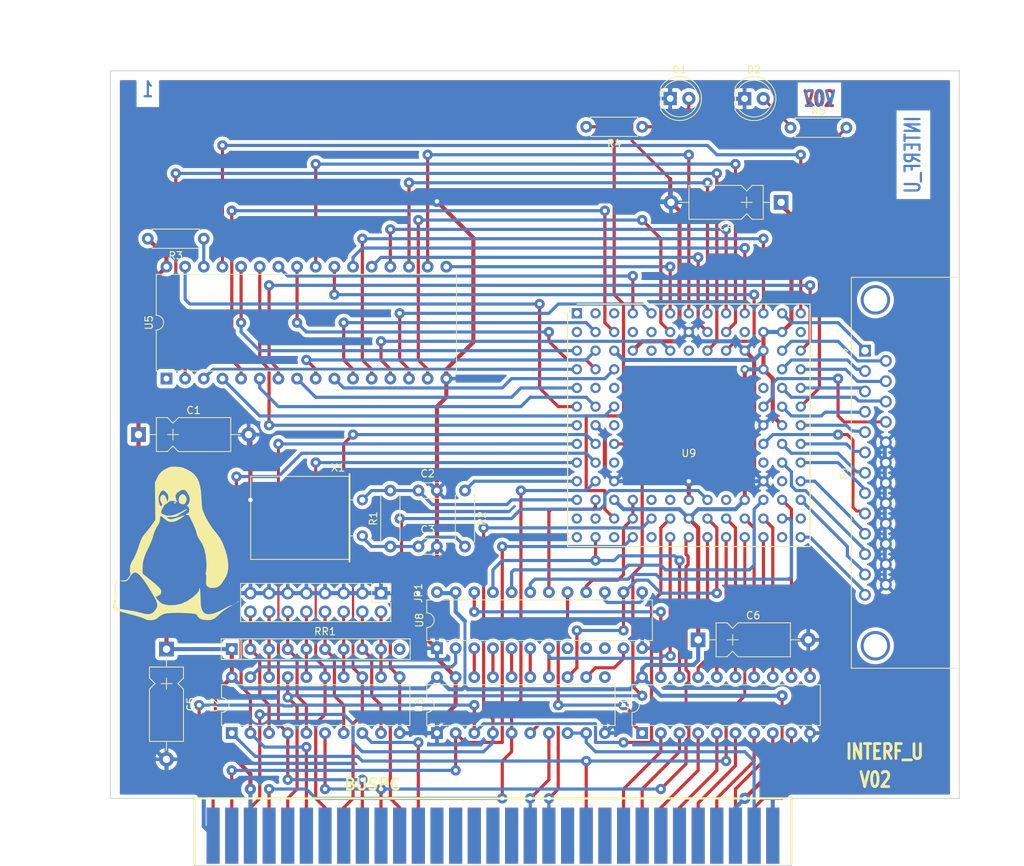
<source format=kicad_pcb>
(kicad_pcb (version 20210424) (generator pcbnew)
  (title_block (title "Demo") (rev "2.C") (company "Kicad"))
  (layers (0 "F.Cu" signal "top_copper") (31 "B.Cu" signal "bottom_copper") (34 "B.Paste" user) (35 "F.Paste" user) (36 "B.SilkS" user "B.Silkscreen") (37 "F.SilkS" user "F.Silkscreen") (38 "B.Mask" user) (39 "F.Mask" user) (44 "Edge.Cuts" user))
  (net 0 "")
  (net 1 "/8MH-OUT")
  (net 2 "/ACK")
  (net 3 "/AUTOFD-")
  (net 4 "/BIT0")
  (net 5 "/BIT1")
  (net 6 "/BIT2")
  (net 7 "/BIT3")
  (net 8 "/BIT4")
  (net 9 "/BIT5")
  (net 10 "/BIT6")
  (net 11 "/BIT7")
  (net 12 "/BUST+")
  (net 13 "/CLKLCA")
  (net 14 "/CS1-")
  (net 15 "/D0")
  (net 16 "/D1")
  (net 17 "/D2")
  (net 18 "/D3")
  (net 19 "/D4")
  (net 20 "/D5")
  (net 21 "/D6")
  (net 22 "/D7")
  (net 23 "/DIR")
  (net 24 "/DONE")
  (net 25 "/ENBBUF")
  (net 26 "/ERROR-")
  (net 27 "/INIT-")
  (net 28 "/LED1")
  (net 29 "/LED2")
  (net 30 "/MA0")
  (net 31 "/MA1")
  (net 32 "/MA10")
  (net 33 "/MA11")
  (net 34 "/MA12")
  (net 35 "/MA13")
  (net 36 "/MA14")
  (net 37 "/MA15")
  (net 38 "/MA16")
  (net 39 "/MA2")
  (net 40 "/MA3")
  (net 41 "/MA4")
  (net 42 "/MA5")
  (net 43 "/MA6")
  (net 44 "/MA7")
  (net 45 "/MA8")
  (net 46 "/MA9")
  (net 47 "/MATCHL")
  (net 48 "/MD0")
  (net 49 "/MD1")
  (net 50 "/MD2")
  (net 51 "/MD3")
  (net 52 "/MD4")
  (net 53 "/MD5")
  (net 54 "/MD6")
  (net 55 "/MD7")
  (net 56 "/OE-")
  (net 57 "/PC-A0")
  (net 58 "/PC-A1")
  (net 59 "/PC-A10")
  (net 60 "/PC-A11")
  (net 61 "/PC-A2")
  (net 62 "/PC-A3")
  (net 63 "/PC-A4")
  (net 64 "/PC-A5")
  (net 65 "/PC-A6")
  (net 66 "/PC-A7")
  (net 67 "/PC-A8")
  (net 68 "/PC-A9")
  (net 69 "/PC-AEN")
  (net 70 "/PC-DB0")
  (net 71 "/PC-DB1")
  (net 72 "/PC-DB2")
  (net 73 "/PC-DB3")
  (net 74 "/PC-DB4")
  (net 75 "/PC-DB5")
  (net 76 "/PC-DB6")
  (net 77 "/PC-DB7")
  (net 78 "/PC-IOR")
  (net 79 "/PC-IOW")
  (net 80 "/PC-RD")
  (net 81 "/PC-RST")
  (net 82 "/PC-WR")
  (net 83 "/PE+")
  (net 84 "/PROG-")
  (net 85 "/REF10")
  (net 86 "/REF11")
  (net 87 "/REF4")
  (net 88 "/REF5")
  (net 89 "/REF6")
  (net 90 "/REF7")
  (net 91 "/REF8")
  (net 92 "/REF9")
  (net 93 "/RSTL")
  (net 94 "/SEL_LPT")
  (net 95 "/SLCT+")
  (net 96 "/SLCTIN-")
  (net 97 "/STROBE")
  (net 98 "/WR-")
  (net 99 "/WR_REG")
  (net 100 "GND")
  (net 101 "VCC")
  (net 102 "Net-(C2-Pad1)")
  (net 103 "Net-(C3-Pad1)")
  (net 104 "Net-(R3-Pad1)")
  (net 105 "Net-(U3-Pad15)")
  (net 106 "Net-(U3-Pad16)")
  (net 107 "Net-(U3-Pad17)")
  (net 108 "Net-(U3-Pad18)")
  (net 109 "Net-(D1-Pad2)")
  (net 110 "Net-(D2-Pad2)")
  (net 111 "Net-(BUS1-Pad4)")
  (net 112 "Net-(BUS1-Pad5)")
  (net 113 "Net-(BUS1-Pad6)")
  (net 114 "Net-(BUS1-Pad7)")
  (net 115 "Net-(BUS1-Pad8)")
  (net 116 "Net-(BUS1-Pad9)")
  (net 117 "Net-(BUS1-Pad10)")
  (net 118 "Net-(BUS1-Pad11)")
  (net 119 "Net-(BUS1-Pad12)")
  (net 120 "Net-(BUS1-Pad15)")
  (net 121 "Net-(BUS1-Pad16)")
  (net 122 "Net-(BUS1-Pad17)")
  (net 123 "Net-(BUS1-Pad18)")
  (net 124 "Net-(BUS1-Pad19)")
  (net 125 "Net-(BUS1-Pad20)")
  (net 126 "Net-(BUS1-Pad21)")
  (net 127 "Net-(BUS1-Pad22)")
  (net 128 "Net-(BUS1-Pad23)")
  (net 129 "Net-(BUS1-Pad24)")
  (net 130 "Net-(BUS1-Pad25)")
  (net 131 "Net-(BUS1-Pad26)")
  (net 132 "Net-(BUS1-Pad27)")
  (net 133 "Net-(BUS1-Pad28)")
  (net 134 "Net-(BUS1-Pad30)")
  (net 135 "Net-(BUS1-Pad32)")
  (net 136 "Net-(BUS1-Pad41)")
  (net 137 "Net-(BUS1-Pad43)")
  (net 138 "Net-(BUS1-Pad44)")
  (net 139 "Net-(BUS1-Pad45)")
  (net 140 "Net-(BUS1-Pad46)")
  (net 141 "Net-(BUS1-Pad47)")
  (net 142 "Net-(BUS1-Pad48)")
  (net 143 "Net-(BUS1-Pad49)")
  (net 144 "Net-(BUS1-Pad50)")
  (net 145 "Net-(RR1-Pad10)")
  (net 146 "Net-(U3-Pad11)")
  (net 147 "Net-(U9-PadN1)")
  (net 148 "Net-(U9-PadN3)")
  (net 149 "Net-(U9-PadM1)")
  (net 150 "Net-(U9-PadM2)")
  (net 151 "Net-(U9-PadJ3)")
  (net 152 "Net-(U9-PadE2)")
  (net 153 "Net-(U9-PadE3)")
  (net 154 "Net-(U9-PadC5)")
  (net 155 "Net-(U9-PadB1)")
  (net 156 "Net-(U9-PadB4)")
  (net 157 "Net-(U9-PadB5)")
  (net 158 "Net-(U9-PadB10)")
  (net 159 "Net-(U9-PadB13)")
  (net 160 "Net-(U9-PadA1)")
  (net 161 "Net-(U9-PadA2)")
  (net 162 "Net-(U9-PadA3)")
  (net 163 "Net-(U9-PadN5)")
  (net 164 "Net-(U9-PadN12)")
  (net 165 "Net-(U9-PadL5)")
  (net 166 "Net-(U9-PadL6)")
  (net 167 "Net-(U9-PadL9)")
  (net 168 "Net-(U9-PadK12)")
  (net 169 "Net-(U9-PadJ11)")
  (net 170 "Net-(U9-PadE11)")
  (net 171 "Net-(U8-Pad8)")
  (net 172 "Net-(U8-Pad9)")
  (net 173 "Net-(U8-Pad10)")
  (footprint "Resistor_THT:R_Axial_DIN0207_L6.3mm_D2.5mm_P7.62mm_Horizontal" (layer "F.Cu") (at 171.958 42.037)
    (fp_text reference "R5")
    (fp_text value "330")
  )
  (footprint "Capacitor_THT:CP_Axial_L10.0mm_D4.5mm_P15.00mm_Horizontal" (layer "F.Cu") (at 159.385 111.76)
    (fp_text reference "C6")
    (fp_text value "47uF")
  )
  (footprint "Capacitor_THT:CP_Axial_L10.0mm_D4.5mm_P15.00mm_Horizontal" (layer "F.Cu") (at 86.995 113.03 -90)
    (fp_text reference "C5")
    (fp_text value "47uF")
  )
  (footprint "Capacitor_THT:CP_Axial_L10.0mm_D4.5mm_P15.00mm_Horizontal" (layer "F.Cu") (at 170.688 52.197 180)
    (fp_text reference "C4")
    (fp_text value "47uF")
  )
  (footprint "Capacitor_THT:CP_Axial_L10.0mm_D4.5mm_P15.00mm_Horizontal" (layer "F.Cu") (at 83.185 83.82)
    (fp_text reference "C1")
    (fp_text value "47uF")
  )
  (footprint "Capacitor_THT:C_Disc_D3.0mm_W2.0mm_P2.50mm" (layer "F.Cu") (at 121.305 91.44)
    (fp_text reference "C2")
    (fp_text value "47pF")
  )
  (footprint "Capacitor_THT:C_Disc_D3.0mm_W2.0mm_P2.50mm" (layer "F.Cu") (at 121.305 99.06)
    (fp_text reference "C3")
    (fp_text value "47pF")
  )
  (footprint "Connector_PinHeader_2.54mm:PinHeader_2x08_P2.54mm_Vertical" (layer "F.Cu") (at 116.205 105.41 -90)
    (fp_text reference "JP1")
    (fp_text value "CONN_8X2" hide)
  )
  (footprint "Package_DIP:DIP-20_W7.62mm" (layer "F.Cu") (at 151.765 124.46 90)
    (fp_text reference "U1")
    (fp_text value "74LS245")
  )
  (footprint "Package_DIP:DIP-20_W7.62mm" (layer "F.Cu") (at 95.885 124.46 90)
    (fp_text reference "U2")
    (fp_text value "74LS688")
  )
  (footprint "Package_DIP:DIP-20_W7.62mm" (layer "F.Cu") (at 123.825 124.46 90)
    (fp_text reference "U3")
    (fp_text value "74LS541")
  )
  (footprint "LOGO" (layer "F.Cu") (at 88.4 98.6)
    (fp_text reference "G1" hide)
    (fp_text value "Tux" hide)
  )
  (footprint "Package_DIP:DIP-32_W15.24mm" (layer "F.Cu") (at 86.995 76.2 90)
    (fp_text reference "U5")
    (fp_text value "628128")
  )
  (footprint "Package_DIP:DIP-24_W7.62mm" (layer "F.Cu") (at 123.825 112.903 90)
    (fp_text reference "U8")
    (fp_text value "EP600")
  )
  (footprint "Crystal:Crystal_HC18-U_Horizontal" (layer "F.Cu") (at 113.665 92.71 -90)
    (fp_text reference "X1")
    (fp_text value "8MHz")
  )
  (footprint "Resistor_THT:R_Axial_DIN0207_L6.3mm_D2.5mm_P7.62mm_Horizontal" (layer "F.Cu") (at 151.765 41.91 180)
    (fp_text reference "R4")
    (fp_text value "330")
  )
  (footprint "LED_THT:LED_D5.0mm" (layer "F.Cu") (at 155.58 38.06)
    (fp_text reference "D1")
    (fp_text value "LED")
  )
  (footprint "LED_THT:LED_D5.0mm" (layer "F.Cu") (at 165.71 38.08)
    (fp_text reference "D2")
    (fp_text value "LED")
  )
  (footprint "Connector_Dsub:DSUB-25_Female_Horizontal_P2.77x2.84mm_EdgePinOffset9.90mm_Housed_MountingHolesOffset11.32mm" (layer "F.Cu") (at 182.1 72.4 90)
    (fp_text reference "P1")
    (fp_text value "DB25FEMELLE")
  )
  (footprint "Resistor_THT:R_Array_SIP10" (layer "F.Cu") (at 95.885 113.03)
    (fp_text reference "RR1")
    (fp_text value "9x1K")
  )
  (footprint "interf_u:PGA120" (layer "F.Cu") (at 158.115 82.55 180)
    (fp_text reference "U9")
    (fp_text value "4003APG120")
  )
  (footprint "interf_u:BUS_PC" (layer "F.Cu") (at 131.445 138.43)
    (fp_text reference "BUS1" hide)
    (fp_text value "BUSPC")
  )
  (footprint "Resistor_THT:R_Axial_DIN0207_L6.3mm_D2.5mm_P7.62mm_Horizontal" (layer "F.Cu") (at 92.075 57.15 180)
    (fp_text reference "R3")
    (fp_text value "10K")
  )
  (footprint "Resistor_THT:R_Axial_DIN0207_L6.3mm_D2.5mm_P7.62mm_Horizontal" (layer "F.Cu") (at 127.635 91.44 -90)
    (fp_text reference "R2")
    (fp_text value "1K")
  )
  (footprint "Resistor_THT:R_Axial_DIN0207_L6.3mm_D2.5mm_P7.62mm_Horizontal" (layer "F.Cu") (at 117.475 99.06 90)
    (fp_text reference "R1")
    (fp_text value "100K")
  )
  (gr_line (start 172.085 133.35) (end 194.945 133.35) (layer "Edge.Cuts") (width 0.127))
  (gr_line (start 90.805 140.97) (end 90.805 142.494) (layer "Edge.Cuts") (width 0.127))
  (gr_line (start 79.375 133.35) (end 79.375 34.29) (layer "Edge.Cuts") (width 0.127))
  (gr_line (start 79.375 34.29) (end 194.945 34.29) (layer "Edge.Cuts") (width 0.127))
  (gr_line (start 194.945 133.35) (end 194.945 34.29) (layer "Edge.Cuts") (width 0.127))
  (gr_line (start 90.805 142.494) (end 172.085 142.494) (layer "Edge.Cuts") (width 0.127))
  (gr_line (start 90.805 133.35) (end 90.805 140.97) (layer "Edge.Cuts") (width 0.127))
  (gr_line (start 172.085 142.494) (end 172.085 133.35) (layer "Edge.Cuts") (width 0.127))
  (gr_line (start 90.805 133.35) (end 79.375 133.35) (layer "Edge.Cuts") (width 0.127))
  (gr_text "2" (at 81.915 39.37) (layer "F.Cu") (effects (font (size 2.032 1.524) (thickness 0.3048))))
  (gr_text "V02" (at 175.895 38.1) (layer "F.Cu") (effects (font (size 2.032 1.524) (thickness 0.381))))
  (gr_text "INTERF_U" (at 183.515 45.72 90) (layer "F.Cu") (effects (font (size 2.032 1.524) (thickness 0.3048))))
  (gr_text "V02" (at 175.895 38.1) (layer "B.Cu") (effects (font (size 2.032 1.524) (thickness 0.381)) (justify mirror)))
  (gr_text "1" (at 84.455 36.83) (layer "B.Cu") (effects (font (size 2.032 1.524) (thickness 0.3048)) (justify mirror)))
  (gr_text "INTERF_U" (at 188.595 45.72 90) (layer "B.Cu") (effects (font (size 2.032 1.524) (thickness 0.3048)) (justify mirror)))
  (gr_text "INTERF_U" (at 184.785 127) (layer "F.SilkS") (effects (font (size 2.032 1.524) (thickness 0.381))))
  (gr_text "V02" (at 183.515 130.81) (layer "F.SilkS") (effects (font (size 2.032 1.524) (thickness 0.381))))
  (segment (start 128.905 90.17) (end 142.875 90.17) (width 0.4318) (layer "B.Cu") (net 1))
  (segment (start 127.635 91.44) (end 128.905 90.17) (width 0.4318) (layer "B.Cu") (net 1))
  (segment (start 182.245 97.282) (end 180.34 95.377) (width 0.4318) (layer "B.Cu") (net 2))
  (segment (start 180.34 95.25) (end 180.34 95.377) (width 0.4318) (layer "B.Cu") (net 2))
  (segment (start 173.355 90.17) (end 175.26 90.17) (width 0.4318) (layer "B.Cu") (net 2))
  (segment (start 180.34 95.25) (end 175.26 90.17) (width 0.4318) (layer "B.Cu") (net 2))
  (segment (start 181.102 73.787) (end 184.785 73.787) (width 0.4318) (layer "B.Cu") (net 3))
  (segment (start 184.785 73.787) (end 184.785 73.9648) (width 0.4318) (layer "B.Cu") (net 3))
  (segment (start 172.085 71.12) (end 178.435 71.12) (width 0.4318) (layer "B.Cu") (net 3))
  (segment (start 178.435 71.12) (end 181.102 73.787) (width 0.4318) (layer "B.Cu") (net 3))
  (segment (start 170.815 72.39) (end 172.085 71.12) (width 0.4318) (layer "B.Cu") (net 3))
  (segment (start 182.245 74.93) (end 182.245 75.184) (width 0.4318) (layer "B.Cu") (net 4))
  (segment (start 170.815 74.93) (end 172.085 73.66) (width 0.4318) (layer "B.Cu") (net 4))
  (segment (start 180.975 74.93) (end 182.245 74.93) (width 0.4318) (layer "B.Cu") (net 4))
  (segment (start 172.085 73.66) (end 179.705 73.66) (width 0.4318) (layer "B.Cu") (net 4))
  (segment (start 179.705 73.66) (end 180.975 74.93) (width 0.4318) (layer "B.Cu") (net 4))
  (segment (start 182.245 77.47) (end 182.245 77.851) (width 0.4318) (layer "B.Cu") (net 5))
  (segment (start 173.355 77.47) (end 182.245 77.47) (width 0.4318) (layer "B.Cu") (net 5))
  (segment (start 182.245 80.772) (end 182.245 80.645) (width 0.4318) (layer "B.Cu") (net 6))
  (segment (start 176.657 80.772) (end 182.245 80.772) (width 0.4318) (layer "B.Cu") (net 6))
  (segment (start 176.149 81.28) (end 176.657 80.772) (width 0.4318) (layer "B.Cu") (net 6))
  (segment (start 172.085 81.28) (end 176.149 81.28) (width 0.4318) (layer "B.Cu") (net 6))
  (segment (start 170.815 80.01) (end 172.085 81.28) (width 0.4318) (layer "B.Cu") (net 6))
  (segment (start 173.355 82.55) (end 179.578 82.55) (width 0.4318) (layer "B.Cu") (net 7))
  (segment (start 179.578 82.55) (end 180.34 83.312) (width 0.4318) (layer "B.Cu") (net 7))
  (segment (start 180.34 83.312) (end 182.245 83.439) (width 0.4318) (layer "B.Cu") (net 7))
  (segment (start 182.245 86.106) (end 182.245 86.233) (width 0.4318) (layer "B.Cu") (net 8))
  (segment (start 173.355 85.09) (end 179.578 85.09) (width 0.4318) (layer "B.Cu") (net 8))
  (segment (start 179.578 85.09) (end 180.594 86.106) (width 0.4318) (layer "B.Cu") (net 8))
  (segment (start 180.594 86.106) (end 182.245 86.106) (width 0.4318) (layer "B.Cu") (net 8))
  (segment (start 178.435 86.36) (end 180.975 88.9) (width 0.4318) (layer "B.Cu") (net 9))
  (segment (start 172.085 86.36) (end 178.435 86.36) (width 0.4318) (layer "B.Cu") (net 9))
  (segment (start 180.975 88.9) (end 182.245 88.9) (width 0.4318) (layer "B.Cu") (net 9))
  (segment (start 170.815 85.09) (end 172.085 86.36) (width 0.4318) (layer "B.Cu") (net 9))
  (segment (start 178.435 87.63) (end 182.245 91.44) (width 0.4318) (layer "B.Cu") (net 10))
  (segment (start 173.355 87.63) (end 178.435 87.63) (width 0.4318) (layer "B.Cu") (net 10))
  (segment (start 182.245 91.44) (end 182.245 91.694) (width 0.4318) (layer "B.Cu") (net 10))
  (segment (start 180.975 94.234) (end 181.774 94.234) (width 0.4) (layer "F.Cu") (net 11))
  (segment (start 179.705 83.82) (end 180.467 84.582) (width 0.4318) (layer "F.Cu") (net 11))
  (segment (start 182.245 93.98) (end 182.245 94.488) (width 0.4318) (layer "F.Cu") (net 11))
  (segment (start 180.467 84.582) (end 180.467 92.202) (width 0.4318) (layer "F.Cu") (net 11))
  (segment (start 181.774 94.234) (end 182.1 94.56) (width 0.4) (layer "F.Cu") (net 11))
  (segment (start 180.467 93.726) (end 180.975 94.234) (width 0.4) (layer "F.Cu") (net 11))
  (segment (start 180.467 92.202) (end 180.467 93.726) (width 0.4) (layer "F.Cu") (net 11))
  (segment (start 178.435 83.82) (end 179.705 83.82) (width 0.4318) (layer "F.Cu") (net 11))
  (via (at 178.435 83.82) (size 1.397) (drill 0.6) (layers "F.Cu" "B.Cu") (net 11))
  (segment (start 168.275 85.09) (end 169.545 83.82) (width 0.4318) (layer "B.Cu") (net 11))
  (segment (start 169.545 83.82) (end 178.435 83.82) (width 0.4318) (layer "B.Cu") (net 11))
  (segment (start 172.085 90.805) (end 172.72 91.44) (width 0.4318) (layer "B.Cu") (net 12))
  (segment (start 170.815 87.63) (end 172.085 88.9) (width 0.4318) (layer "B.Cu") (net 12))
  (segment (start 172.72 91.44) (end 173.99 91.44) (width 0.4318) (layer "B.Cu") (net 12))
  (segment (start 173.99 91.44) (end 182.245 99.695) (width 0.4318) (layer "B.Cu") (net 12))
  (segment (start 172.085 88.9) (end 172.085 90.805) (width 0.4318) (layer "B.Cu") (net 12))
  (segment (start 182.245 99.695) (end 182.245 99.949) (width 0.4318) (layer "B.Cu") (net 12))
  (segment (start 144.9705 103.632) (end 144.145 104.4575) (width 0.4318) (layer "F.Cu") (net 13))
  (segment (start 144.145 104.4575) (end 144.145 105.41) (width 0.4318) (layer "F.Cu") (net 13))
  (segment (start 150.495 92.71) (end 150.495 95.25) (width 0.4318) (layer "F.Cu") (net 13))
  (segment (start 150.495 95.25) (end 149.225 96.52) (width 0.4318) (layer "F.Cu") (net 13))
  (segment (start 149.225 96.52) (end 149.225 102.87) (width 0.4318) (layer "F.Cu") (net 13))
  (segment (start 149.225 102.87) (end 148.463 103.632) (width 0.4318) (layer "F.Cu") (net 13))
  (segment (start 148.463 103.632) (end 144.9705 103.632) (width 0.4318) (layer "F.Cu") (net 13))
  (segment (start 165.735 67.31) (end 165.735 58.42) (width 0.4318) (layer "F.Cu") (net 14))
  (via (at 165.735 58.42) (size 1.397) (drill 0.6) (layers "F.Cu" "B.Cu") (net 14))
  (segment (start 113.665 58.42) (end 112.395 59.69) (width 0.4318) (layer "B.Cu") (net 14))
  (segment (start 112.395 59.69) (end 112.395 60.96) (width 0.4318) (layer "B.Cu") (net 14))
  (segment (start 165.735 58.42) (end 113.665 58.42) (width 0.4318) (layer "B.Cu") (net 14))
  (segment (start 145.415 100.965) (end 145.415 97.79) (width 0.4318) (layer "F.Cu") (net 15))
  (segment (start 156.845 100.965) (end 156.845 116.84) (width 0.4318) (layer "F.Cu") (net 15))
  (via (at 156.845 100.965) (size 1.397) (drill 0.6) (layers "F.Cu" "B.Cu") (net 15))
  (via (at 145.415 100.965) (size 1.397) (drill 0.6) (layers "F.Cu" "B.Cu") (net 15))
  (segment (start 148.59 100.33) (end 156.21 100.33) (width 0.4318) (layer "B.Cu") (net 15))
  (segment (start 131.445 105.41) (end 131.445 102.235) (width 0.4318) (layer "B.Cu") (net 15))
  (segment (start 145.415 100.965) (end 147.955 100.965) (width 0.4318) (layer "B.Cu") (net 15))
  (segment (start 132.715 100.965) (end 145.415 100.965) (width 0.4318) (layer "B.Cu") (net 15))
  (segment (start 156.21 100.33) (end 156.845 100.965) (width 0.4318) (layer "B.Cu") (net 15))
  (segment (start 147.955 100.965) (end 148.59 100.33) (width 0.4318) (layer "B.Cu") (net 15))
  (segment (start 131.445 102.235) (end 132.715 100.965) (width 0.4318) (layer "B.Cu") (net 15))
  (segment (start 159.385 116.84) (end 159.385 115.57) (width 0.4318) (layer "F.Cu") (net 16))
  (segment (start 161.29 107.315) (end 160.655 106.68) (width 0.4318) (layer "F.Cu") (net 16))
  (segment (start 161.29 113.665) (end 161.29 107.315) (width 0.4318) (layer "F.Cu") (net 16))
  (segment (start 160.655 106.68) (end 160.655 97.79) (width 0.4318) (layer "F.Cu") (net 16))
  (segment (start 159.385 115.57) (end 161.29 113.665) (width 0.4318) (layer "F.Cu") (net 16))
  (segment (start 163.195 97.79) (end 163.195 114.3) (width 0.4318) (layer "F.Cu") (net 17))
  (segment (start 161.925 115.57) (end 161.925 116.84) (width 0.4318) (layer "F.Cu") (net 17))
  (segment (start 163.195 114.3) (end 161.925 115.57) (width 0.4318) (layer "F.Cu") (net 17))
  (segment (start 164.465 96.52) (end 164.465 116.84) (width 0.4318) (layer "F.Cu") (net 18))
  (segment (start 163.195 95.25) (end 164.465 96.52) (width 0.4318) (layer "F.Cu") (net 18))
  (segment (start 165.735 95.25) (end 167.005 96.52) (width 0.4318) (layer "F.Cu") (net 19))
  (segment (start 167.005 96.52) (end 167.005 116.84) (width 0.4318) (layer "F.Cu") (net 19))
  (segment (start 169.545 113.665) (end 169.545 116.84) (width 0.4318) (layer "F.Cu") (net 20))
  (segment (start 168.275 97.79) (end 168.275 112.395) (width 0.4318) (layer "F.Cu") (net 20))
  (segment (start 168.275 112.395) (end 169.545 113.665) (width 0.4318) (layer "F.Cu") (net 20))
  (segment (start 168.275 95.25) (end 169.545 96.52) (width 0.4318) (layer "F.Cu") (net 21))
  (segment (start 169.545 96.52) (end 169.545 111.76) (width 0.4318) (layer "F.Cu") (net 21))
  (segment (start 172.085 114.3) (end 172.085 116.84) (width 0.4318) (layer "F.Cu") (net 21))
  (segment (start 169.545 111.76) (end 172.085 114.3) (width 0.4318) (layer "F.Cu") (net 21))
  (segment (start 170.815 92.71) (end 172.085 93.98) (width 0.4318) (layer "F.Cu") (net 22))
  (segment (start 172.085 93.98) (end 172.085 112.395) (width 0.4318) (layer "F.Cu") (net 22))
  (segment (start 172.085 112.395) (end 174.625 114.935) (width 0.4318) (layer "F.Cu") (net 22))
  (segment (start 174.625 114.935) (end 174.625 116.84) (width 0.4318) (layer "F.Cu") (net 22))
  (segment (start 150.495 123.19) (end 151.765 124.46) (width 0.4318) (layer "F.Cu") (net 23))
  (segment (start 141.605 109.22) (end 140.335 110.49) (width 0.4318) (layer "F.Cu") (net 23))
  (segment (start 140.335 110.49) (end 140.335 120.65) (width 0.4318) (layer "F.Cu") (net 23))
  (segment (start 149.225 120.65) (end 150.495 121.92) (width 0.4318) (layer "F.Cu") (net 23))
  (segment (start 150.495 121.92) (end 150.495 123.19) (width 0.4318) (layer "F.Cu") (net 23))
  (segment (start 141.605 105.41) (end 141.605 109.22) (width 0.4318) (layer "F.Cu") (net 23))
  (via (at 140.335 120.65) (size 1.397) (drill 0.6) (layers "F.Cu" "B.Cu") (net 23))
  (via (at 149.225 120.65) (size 1.397) (drill 0.6) (layers "F.Cu" "B.Cu") (net 23))
  (segment (start 140.335 120.65) (end 149.225 120.65) (width 0.4318) (layer "B.Cu") (net 23))
  (segment (start 134.3025 102.235) (end 149.225 102.235) (width 0.4318) (layer "B.Cu") (net 24))
  (segment (start 154.305 101.6) (end 154.94 102.235) (width 0.4318) (layer "B.Cu") (net 24))
  (segment (start 166.37 102.235) (end 167.005 101.6) (width 0.4318) (layer "B.Cu") (net 24))
  (segment (start 154.94 102.235) (end 166.37 102.235) (width 0.4318) (layer "B.Cu") (net 24))
  (segment (start 133.985 105.41) (end 133.985 102.5525) (width 0.4318) (layer "B.Cu") (net 24))
  (segment (start 149.225 102.235) (end 149.86 101.6) (width 0.4318) (layer "B.Cu") (net 24))
  (segment (start 149.86 101.6) (end 154.305 101.6) (width 0.4318) (layer "B.Cu") (net 24))
  (segment (start 167.005 101.6) (end 167.005 93.98) (width 0.4318) (layer "B.Cu") (net 24))
  (segment (start 133.985 102.5525) (end 134.3025 102.235) (width 0.4318) (layer "B.Cu") (net 24))
  (segment (start 167.005 93.98) (end 168.275 92.71) (width 0.4318) (layer "B.Cu") (net 24))
  (segment (start 128.905 105.41) (end 128.905 107.95) (width 0.4318) (layer "F.Cu") (net 25))
  (segment (start 154.305 107.95) (end 154.305 116.84) (width 0.4318) (layer "F.Cu") (net 25))
  (via (at 128.905 107.95) (size 1.397) (drill 0.6) (layers "F.Cu" "B.Cu") (net 25))
  (via (at 154.305 107.95) (size 1.397) (drill 0.6) (layers "F.Cu" "B.Cu") (net 25))
  (segment (start 128.905 107.95) (end 154.305 107.95) (width 0.4318) (layer "B.Cu") (net 25))
  (segment (start 184.785 76.5048) (end 184.785 76.581) (width 0.4318) (layer "B.Cu") (net 26))
  (segment (start 179.451 74.93) (end 181.102 76.581) (width 0.4318) (layer "B.Cu") (net 26))
  (segment (start 181.102 76.581) (end 184.785 76.581) (width 0.4318) (layer "B.Cu") (net 26))
  (segment (start 173.355 74.93) (end 179.451 74.93) (width 0.4318) (layer "B.Cu") (net 26))
  (segment (start 184.785 79.248) (end 184.785 79.2988) (width 0.4318) (layer "B.Cu") (net 27))
  (segment (start 181.229 79.248) (end 184.785 79.248) (width 0.4318) (layer "B.Cu") (net 27))
  (segment (start 180.721 78.74) (end 181.229 79.248) (width 0.4318) (layer "B.Cu") (net 27))
  (segment (start 172.085 78.74) (end 180.721 78.74) (width 0.4318) (layer "B.Cu") (net 27))
  (segment (start 170.815 77.47) (end 172.085 78.74) (width 0.4318) (layer "B.Cu") (net 27))
  (segment (start 146.685 91.44) (end 144.145 91.44) (width 0.4318) (layer "F.Cu") (net 28))
  (segment (start 147.955 64.77) (end 147.955 43.561) (width 0.4318) (layer "F.Cu") (net 28))
  (segment (start 149.225 81.28) (end 149.225 66.04) (width 0.4318) (layer "F.Cu") (net 28))
  (segment (start 146.304 41.91) (end 144.145 41.91) (width 0.4318) (layer "F.Cu") (net 28))
  (segment (start 149.225 66.04) (end 147.955 64.77) (width 0.4318) (layer "F.Cu") (net 28))
  (segment (start 144.145 91.44) (end 144.145 81.28) (width 0.4318) (layer "F.Cu") (net 28))
  (segment (start 147.955 43.561) (end 146.304 41.91) (width 0.4318) (layer "F.Cu") (net 28))
  (segment (start 146.685 93.98) (end 146.685 91.44) (width 0.4318) (layer "F.Cu") (net 28))
  (segment (start 147.955 95.25) (end 146.685 93.98) (width 0.4318) (layer "F.Cu") (net 28))
  (segment (start 144.145 81.28) (end 149.225 81.28) (width 0.4318) (layer "F.Cu") (net 28))
  (segment (start 175.895 45.72) (end 175.895 46.736) (width 0.381) (layer "F.Cu") (net 29))
  (segment (start 179.578 42.037) (end 175.895 45.72) (width 0.381) (layer "F.Cu") (net 29))
  (segment (start 175.895 77.47) (end 175.895 46.736) (width 0.4318) (layer "F.Cu") (net 29))
  (segment (start 173.355 80.01) (end 175.895 77.47) (width 0.4318) (layer "F.Cu") (net 29))
  (segment (start 113.665 57.15) (end 113.665 73.66) (width 0.4318) (layer "F.Cu") (net 30))
  (segment (start 114.935 74.93) (end 113.665 73.66) (width 0.4318) (layer "F.Cu") (net 30))
  (segment (start 114.935 76.2) (end 114.935 74.93) (width 0.4318) (layer "F.Cu") (net 30))
  (segment (start 168.275 67.31) (end 168.275 57.15) (width 0.4318) (layer "F.Cu") (net 30))
  (via (at 113.665 57.15) (size 1.397) (drill 0.6) (layers "F.Cu" "B.Cu") (net 30))
  (via (at 168.275 57.15) (size 1.397) (drill 0.6) (layers "F.Cu" "B.Cu") (net 30))
  (segment (start 168.275 57.15) (end 113.665 57.15) (width 0.4318) (layer "B.Cu") (net 30))
  (segment (start 111.125 73.66) (end 111.125 68.58) (width 0.4318) (layer "F.Cu") (net 31))
  (segment (start 112.395 76.2) (end 112.395 74.93) (width 0.4318) (layer "F.Cu") (net 31))
  (segment (start 112.395 74.93) (end 111.125 73.66) (width 0.4318) (layer "F.Cu") (net 31))
  (via (at 111.125 68.58) (size 1.397) (drill 0.6) (layers "F.Cu" "B.Cu") (net 31))
  (segment (start 144.145 68.58) (end 111.125 68.58) (width 0.4318) (layer "B.Cu") (net 31))
  (segment (start 145.415 69.85) (end 144.145 68.58) (width 0.4318) (layer "B.Cu") (net 31))
  (segment (start 163.195 72.39) (end 164.465 71.12) (width 0.4318) (layer "F.Cu") (net 32))
  (segment (start 164.465 71.12) (end 167.005 71.12) (width 0.4318) (layer "F.Cu") (net 32))
  (segment (start 109.855 64.77) (end 109.855 60.96) (width 0.4318) (layer "F.Cu") (net 32))
  (segment (start 167.005 71.12) (end 167.005 64.77) (width 0.4318) (layer "F.Cu") (net 32))
  (via (at 109.855 64.77) (size 1.397) (drill 0.6) (layers "F.Cu" "B.Cu") (net 32))
  (via (at 167.005 64.77) (size 1.397) (drill 0.6) (layers "F.Cu" "B.Cu") (net 32))
  (segment (start 167.005 64.77) (end 109.855 64.77) (width 0.4318) (layer "B.Cu") (net 32))
  (segment (start 145.415 74.93) (end 144.145 73.66) (width 0.4318) (layer "F.Cu") (net 33))
  (segment (start 139.065 71.12) (end 139.065 69.85) (width 0.4318) (layer "F.Cu") (net 33))
  (segment (start 104.775 68.58) (end 104.775 60.96) (width 0.4318) (layer "F.Cu") (net 33))
  (segment (start 141.605 73.66) (end 139.065 71.12) (width 0.4318) (layer "F.Cu") (net 33))
  (segment (start 144.145 73.66) (end 141.605 73.66) (width 0.4318) (layer "F.Cu") (net 33))
  (via (at 104.775 68.58) (size 1.397) (drill 0.6) (layers "F.Cu" "B.Cu") (net 33))
  (via (at 139.065 69.85) (size 1.397) (drill 0.6) (layers "F.Cu" "B.Cu") (net 33))
  (segment (start 106.045 69.85) (end 104.775 68.58) (width 0.4318) (layer "B.Cu") (net 33))
  (segment (start 139.065 69.85) (end 106.045 69.85) (width 0.4318) (layer "B.Cu") (net 33))
  (segment (start 94.615 76.2) (end 94.615 76.2) (width 0.4318) (layer "B.Cu") (net 34))
  (segment (start 99.695 81.28) (end 94.615 76.2) (width 0.4318) (layer "B.Cu") (net 34))
  (segment (start 146.685 81.28) (end 99.695 81.28) (width 0.4318) (layer "B.Cu") (net 34))
  (segment (start 147.955 80.01) (end 146.685 81.28) (width 0.4318) (layer "B.Cu") (net 34))
  (segment (start 97.155 68.58) (end 97.155 60.96) (width 0.4318) (layer "F.Cu") (net 35))
  (via (at 97.155 68.58) (size 1.397) (drill 0.6) (layers "F.Cu" "B.Cu") (net 35))
  (segment (start 97.155 69.85) (end 97.155 68.58) (width 0.4318) (layer "B.Cu") (net 35))
  (segment (start 99.695 72.39) (end 97.155 69.85) (width 0.4318) (layer "B.Cu") (net 35))
  (segment (start 142.875 72.39) (end 99.695 72.39) (width 0.4318) (layer "B.Cu") (net 35))
  (segment (start 142.875 74.93) (end 93.345 74.93) (width 0.4318) (layer "B.Cu") (net 36))
  (segment (start 93.345 74.93) (end 92.075 76.2) (width 0.4318) (layer "B.Cu") (net 36))
  (segment (start 140.335 80.01) (end 142.875 80.01) (width 0.4318) (layer "F.Cu") (net 37))
  (segment (start 137.795 66.04) (end 137.795 77.47) (width 0.4318) (layer "F.Cu") (net 37))
  (segment (start 137.795 77.47) (end 140.335 80.01) (width 0.4318) (layer "F.Cu") (net 37))
  (via (at 137.795 66.04) (size 1.397) (drill 0.6) (layers "F.Cu" "B.Cu") (net 37))
  (segment (start 89.535 60.96) (end 89.535 65.405) (width 0.4318) (layer "B.Cu") (net 37))
  (segment (start 137.795 66.04) (end 90.17 66.04) (width 0.4318) (layer "B.Cu") (net 37))
  (segment (start 90.17 66.04) (end 89.535 65.405) (width 0.4318) (layer "B.Cu") (net 37))
  (segment (start 88.265 73.66) (end 89.535 74.93) (width 0.4318) (layer "F.Cu") (net 38))
  (segment (start 161.925 71.12) (end 160.655 72.39) (width 0.4318) (layer "F.Cu") (net 38))
  (segment (start 161.925 48.26) (end 161.925 71.12) (width 0.4318) (layer "F.Cu") (net 38))
  (segment (start 89.535 74.93) (end 89.535 76.2) (width 0.4318) (layer "F.Cu") (net 38))
  (segment (start 88.265 48.26) (end 88.265 73.66) (width 0.4318) (layer "F.Cu") (net 38))
  (via (at 161.925 48.26) (size 1.397) (drill 0.6) (layers "F.Cu" "B.Cu") (net 38))
  (via (at 88.265 48.26) (size 1.397) (drill 0.6) (layers "F.Cu" "B.Cu") (net 38))
  (segment (start 161.925 48.26) (end 88.265 48.26) (width 0.4318) (layer "B.Cu") (net 38))
  (segment (start 111.125 77.47) (end 109.855 76.2) (width 0.4318) (layer "B.Cu") (net 39))
  (segment (start 132.715 77.47) (end 111.125 77.47) (width 0.4318) (layer "B.Cu") (net 39))
  (segment (start 146.685 76.2) (end 133.985 76.2) (width 0.4318) (layer "B.Cu") (net 39))
  (segment (start 147.955 74.93) (end 146.685 76.2) (width 0.4318) (layer "B.Cu") (net 39))
  (segment (start 133.985 76.2) (end 132.715 77.47) (width 0.4318) (layer "B.Cu") (net 39))
  (segment (start 107.315 76.2) (end 107.315 74.93) (width 0.4318) (layer "F.Cu") (net 40))
  (segment (start 107.315 74.93) (end 106.045 73.66) (width 0.4318) (layer "F.Cu") (net 40))
  (via (at 106.045 73.66) (size 1.397) (drill 0.6) (layers "F.Cu" "B.Cu") (net 40))
  (segment (start 144.145 73.66) (end 106.045 73.66) (width 0.4318) (layer "B.Cu") (net 40))
  (segment (start 145.415 72.39) (end 144.145 73.66) (width 0.4318) (layer "B.Cu") (net 40))
  (segment (start 142.875 77.47) (end 135.255 77.47) (width 0.4318) (layer "B.Cu") (net 41))
  (segment (start 133.985 78.74) (end 107.315 78.74) (width 0.4318) (layer "B.Cu") (net 41))
  (segment (start 107.315 78.74) (end 104.775 76.2) (width 0.4318) (layer "B.Cu") (net 41))
  (segment (start 135.255 77.47) (end 133.985 78.74) (width 0.4318) (layer "B.Cu") (net 41))
  (segment (start 102.235 76.2) (end 102.235 74.93) (width 0.4318) (layer "F.Cu") (net 42))
  (segment (start 100.965 73.66) (end 100.965 63.5) (width 0.4318) (layer "F.Cu") (net 42))
  (segment (start 174.625 71.12) (end 173.355 72.39) (width 0.4318) (layer "F.Cu") (net 42))
  (segment (start 174.625 63.5) (end 174.625 71.12) (width 0.4318) (layer "F.Cu") (net 42))
  (segment (start 102.235 74.93) (end 100.965 73.66) (width 0.4318) (layer "F.Cu") (net 42))
  (via (at 174.625 63.5) (size 1.397) (drill 0.6) (layers "F.Cu" "B.Cu") (net 42))
  (via (at 100.965 63.5) (size 1.397) (drill 0.6) (layers "F.Cu" "B.Cu") (net 42))
  (segment (start 100.965 63.5) (end 174.625 63.5) (width 0.4318) (layer "B.Cu") (net 42))
  (segment (start 136.525 78.74) (end 135.255 80.01) (width 0.4318) (layer "B.Cu") (net 43))
  (segment (start 99.695 77.47) (end 99.695 76.2) (width 0.4318) (layer "B.Cu") (net 43))
  (segment (start 145.415 80.01) (end 144.145 78.74) (width 0.4318) (layer "B.Cu") (net 43))
  (segment (start 144.145 78.74) (end 136.525 78.74) (width 0.4318) (layer "B.Cu") (net 43))
  (segment (start 135.255 80.01) (end 102.235 80.01) (width 0.4318) (layer "B.Cu") (net 43))
  (segment (start 102.235 80.01) (end 99.695 77.47) (width 0.4318) (layer "B.Cu") (net 43))
  (segment (start 97.155 74.93) (end 95.885 73.66) (width 0.4318) (layer "F.Cu") (net 44))
  (segment (start 95.885 53.34) (end 95.885 73.66) (width 0.4318) (layer "F.Cu") (net 44))
  (segment (start 97.155 76.2) (end 97.155 74.93) (width 0.4318) (layer "F.Cu") (net 44))
  (segment (start 146.685 68.58) (end 146.685 53.34) (width 0.4318) (layer "F.Cu") (net 44))
  (segment (start 147.955 69.85) (end 146.685 68.58) (width 0.4318) (layer "F.Cu") (net 44))
  (via (at 95.885 53.34) (size 1.397) (drill 0.6) (layers "F.Cu" "B.Cu") (net 44))
  (via (at 146.685 53.34) (size 1.397) (drill 0.6) (layers "F.Cu" "B.Cu") (net 44))
  (segment (start 146.685 53.34) (end 95.885 53.34) (width 0.4318) (layer "B.Cu") (net 44))
  (segment (start 100.965 82.55) (end 100.965 74.93) (width 0.4318) (layer "F.Cu") (net 45))
  (segment (start 100.965 74.93) (end 99.695 73.66) (width 0.4318) (layer "F.Cu") (net 45))
  (segment (start 99.695 73.66) (end 99.695 60.96) (width 0.4318) (layer "F.Cu") (net 45))
  (via (at 100.965 82.55) (size 1.397) (drill 0.6) (layers "F.Cu" "B.Cu") (net 45))
  (segment (start 142.875 82.55) (end 100.965 82.55) (width 0.4318) (layer "B.Cu") (net 45))
  (segment (start 150.495 67.31) (end 150.495 62.23) (width 0.4318) (layer "F.Cu") (net 46))
  (via (at 150.495 62.23) (size 1.397) (drill 0.6) (layers "F.Cu" "B.Cu") (net 46))
  (segment (start 103.505 62.23) (end 102.235 60.96) (width 0.4318) (layer "B.Cu") (net 46))
  (segment (start 150.495 62.23) (end 103.505 62.23) (width 0.4318) (layer "B.Cu") (net 46))
  (segment (start 98.425 116.84) (end 99.822 115.443) (width 0.4318) (layer "B.Cu") (net 47))
  (segment (start 126.365 114.935) (end 126.365 113.03) (width 0.4318) (layer "B.Cu") (net 47))
  (segment (start 99.822 115.443) (end 125.857 115.443) (width 0.4318) (layer "B.Cu") (net 47))
  (segment (start 125.857 115.443) (end 126.365 114.935) (width 0.4318) (layer "B.Cu") (net 47))
  (segment (start 116.205 73.66) (end 116.205 71.12) (width 0.4318) (layer "F.Cu") (net 48))
  (segment (start 117.475 76.2) (end 117.475 74.93) (width 0.4318) (layer "F.Cu") (net 48))
  (segment (start 117.475 74.93) (end 116.205 73.66) (width 0.4318) (layer "F.Cu") (net 48))
  (via (at 116.205 71.12) (size 1.397) (drill 0.6) (layers "F.Cu" "B.Cu") (net 48))
  (segment (start 154.305 71.12) (end 116.205 71.12) (width 0.4318) (layer "B.Cu") (net 48))
  (segment (start 155.575 72.39) (end 154.305 71.12) (width 0.4318) (layer "B.Cu") (net 48))
  (segment (start 120.015 74.93) (end 118.745 73.66) (width 0.4318) (layer "F.Cu") (net 49))
  (segment (start 120.015 76.2) (end 120.015 74.93) (width 0.4318) (layer "F.Cu") (net 49))
  (segment (start 118.745 67.31) (end 118.745 73.66) (width 0.4318) (layer "F.Cu") (net 49))
  (via (at 118.745 67.31) (size 1.397) (drill 0.6) (layers "F.Cu" "B.Cu") (net 49))
  (segment (start 139.065 67.31) (end 118.745 67.31) (width 0.4318) (layer "B.Cu") (net 49))
  (segment (start 151.765 66.04) (end 140.335 66.04) (width 0.4318) (layer "B.Cu") (net 49))
  (segment (start 153.035 67.31) (end 151.765 66.04) (width 0.4318) (layer "B.Cu") (net 49))
  (segment (start 140.335 66.04) (end 139.065 67.31) (width 0.4318) (layer "B.Cu") (net 49))
  (segment (start 121.285 73.66) (end 121.285 54.61) (width 0.4318) (layer "F.Cu") (net 50))
  (segment (start 122.555 74.93) (end 121.285 73.66) (width 0.4318) (layer "F.Cu") (net 50))
  (segment (start 122.555 76.2) (end 122.555 74.93) (width 0.4318) (layer "F.Cu") (net 50))
  (segment (start 155.575 69.85) (end 154.305 68.58) (width 0.4318) (layer "F.Cu") (net 50))
  (segment (start 154.305 57.15) (end 151.765 54.61) (width 0.4318) (layer "F.Cu") (net 50))
  (segment (start 154.305 68.58) (end 154.305 57.15) (width 0.4318) (layer "F.Cu") (net 50))
  (via (at 151.765 54.61) (size 1.397) (drill 0.6) (layers "F.Cu" "B.Cu") (net 50))
  (via (at 121.285 54.61) (size 1.397) (drill 0.6) (layers "F.Cu" "B.Cu") (net 50))
  (segment (start 121.285 54.61) (end 151.765 54.61) (width 0.4318) (layer "B.Cu") (net 50))
  (segment (start 155.575 67.31) (end 155.575 60.96) (width 0.4318) (layer "F.Cu") (net 51))
  (via (at 155.575 60.96) (size 1.397) (drill 0.6) (layers "F.Cu" "B.Cu") (net 51))
  (segment (start 155.575 60.96) (end 125.095 60.96) (width 0.4318) (layer "B.Cu") (net 51))
  (segment (start 158.115 67.31) (end 158.115 45.72) (width 0.4318) (layer "F.Cu") (net 52))
  (segment (start 122.555 60.96) (end 122.555 45.72) (width 0.4318) (layer "F.Cu") (net 52))
  (via (at 122.555 45.72) (size 1.397) (drill 0.6) (layers "F.Cu" "B.Cu") (net 52))
  (via (at 158.115 45.72) (size 1.397) (drill 0.6) (layers "F.Cu" "B.Cu") (net 52))
  (segment (start 158.115 45.72) (end 122.555 45.72) (width 0.4318) (layer "B.Cu") (net 52))
  (segment (start 120.015 60.96) (end 120.015 49.53) (width 0.4318) (layer "F.Cu") (net 53))
  (segment (start 160.655 67.31) (end 160.655 49.53) (width 0.4318) (layer "F.Cu") (net 53))
  (via (at 160.655 49.53) (size 1.397) (drill 0.6) (layers "F.Cu" "B.Cu") (net 53))
  (via (at 120.015 49.53) (size 1.397) (drill 0.6) (layers "F.Cu" "B.Cu") (net 53))
  (segment (start 120.015 49.53) (end 160.655 49.53) (width 0.4318) (layer "B.Cu") (net 53))
  (segment (start 163.195 67.31) (end 163.195 55.88) (width 0.4318) (layer "F.Cu") (net 54))
  (segment (start 117.475 60.96) (end 117.475 55.88) (width 0.4318) (layer "F.Cu") (net 54))
  (via (at 117.475 55.88) (size 1.397) (drill 0.6) (layers "F.Cu" "B.Cu") (net 54))
  (via (at 163.195 55.88) (size 1.397) (drill 0.6) (layers "F.Cu" "B.Cu") (net 54))
  (segment (start 117.475 55.88) (end 163.195 55.88) (width 0.4318) (layer "B.Cu") (net 54))
  (segment (start 160.655 69.85) (end 159.385 68.58) (width 0.4318) (layer "F.Cu") (net 55))
  (segment (start 159.385 68.58) (end 159.385 59.69) (width 0.4318) (layer "F.Cu") (net 55))
  (via (at 159.385 59.69) (size 1.397) (drill 0.6) (layers "F.Cu" "B.Cu") (net 55))
  (segment (start 116.205 59.69) (end 114.935 60.96) (width 0.4318) (layer "B.Cu") (net 55))
  (segment (start 159.385 59.69) (end 116.205 59.69) (width 0.4318) (layer "B.Cu") (net 55))
  (segment (start 107.315 46.99) (end 107.315 60.96) (width 0.4318) (layer "F.Cu") (net 56))
  (segment (start 163.195 69.85) (end 164.465 68.58) (width 0.4318) (layer "F.Cu") (net 56))
  (segment (start 164.465 68.58) (end 164.465 46.99) (width 0.4318) (layer "F.Cu") (net 56))
  (via (at 107.315 46.99) (size 1.397) (drill 0.6) (layers "F.Cu" "B.Cu") (net 56))
  (via (at 164.465 46.99) (size 1.397) (drill 0.6) (layers "F.Cu" "B.Cu") (net 56))
  (segment (start 164.465 46.99) (end 107.315 46.99) (width 0.4318) (layer "B.Cu") (net 56))
  (segment (start 153.035 125.73) (end 149.225 125.73) (width 0.4318) (layer "F.Cu") (net 57))
  (segment (start 128.905 124.46) (end 128.905 120.65) (width 0.4318) (layer "F.Cu") (net 57))
  (segment (start 91.44 125.222) (end 91.44 120.65) (width 0.4318) (layer "F.Cu") (net 57))
  (segment (start 93.345 127.127) (end 91.44 125.222) (width 0.4318) (layer "F.Cu") (net 57))
  (segment (start 155.575 95.25) (end 154.305 96.52) (width 0.4318) (layer "F.Cu") (net 57))
  (segment (start 93.345 138.43) (end 93.345 127.127) (width 0.4318) (layer "F.Cu") (net 57))
  (segment (start 154.305 96.52) (end 154.305 105.41) (width 0.4318) (layer "F.Cu") (net 57))
  (segment (start 154.305 105.41) (end 153.035 106.68) (width 0.4318) (layer "F.Cu") (net 57))
  (segment (start 153.035 106.68) (end 153.035 125.73) (width 0.4318) (layer "F.Cu") (net 57))
  (via (at 149.225 125.73) (size 1.397) (drill 0.6) (layers "F.Cu" "B.Cu") (net 57))
  (via (at 91.44 120.65) (size 1.397) (drill 0.635) (layers "F.Cu" "B.Cu") (net 57))
  (via (at 128.905 120.65) (size 1.397) (drill 0.6) (layers "F.Cu" "B.Cu") (net 57))
  (segment (start 102.944166 120.764312) (end 102.829854 120.65) (width 0.4318) (layer "B.Cu") (net 57))
  (segment (start 92.427828 120.65) (end 91.44 120.65) (width 0.4318) (layer "B.Cu") (net 57))
  (segment (start 104.180146 120.65) (end 104.065834 120.764312) (width 0.4318) (layer "B.Cu") (net 57))
  (segment (start 130.175 123.19) (end 128.905 124.46) (width 0.4318) (layer "B.Cu") (net 57))
  (segment (start 149.225 125.73) (end 145.415 125.73) (width 0.4318) (layer "B.Cu") (net 57))
  (segment (start 145.415 125.73) (end 145.415 123.19) (width 0.4318) (layer "B.Cu") (net 57))
  (segment (start 128.905 120.65) (end 104.180146 120.65) (width 0.4318) (layer "B.Cu") (net 57))
  (segment (start 145.415 123.19) (end 130.175 123.19) (width 0.4318) (layer "B.Cu") (net 57))
  (segment (start 102.829854 120.65) (end 92.427828 120.65) (width 0.4318) (layer "B.Cu") (net 57))
  (segment (start 104.065834 120.764312) (end 102.944166 120.764312) (width 0.4318) (layer "B.Cu") (net 57))
  (segment (start 132.715 125.73) (end 127.635 125.73) (width 0.4318) (layer "F.Cu") (net 58))
  (segment (start 127.635 125.73) (end 126.365 124.46) (width 0.4318) (layer "F.Cu") (net 58))
  (segment (start 95.885 129.54) (end 95.885 138.43) (width 0.4318) (layer "F.Cu") (net 58))
  (segment (start 126.365 124.46) (end 126.365 129.54) (width 0.4318) (layer "F.Cu") (net 58))
  (segment (start 132.715 99.06) (end 132.715 125.73) (width 0.4318) (layer "F.Cu") (net 58))
  (via (at 126.365 129.54) (size 1.397) (drill 0.6) (layers "F.Cu" "B.Cu") (net 58))
  (via (at 95.885 129.54) (size 1.397) (drill 0.6) (layers "F.Cu" "B.Cu") (net 58))
  (via (at 132.715 99.06) (size 1.397) (drill 0.6) (layers "F.Cu" "B.Cu") (net 58))
  (segment (start 150.495 97.79) (end 149.225 99.06) (width 0.4318) (layer "B.Cu") (net 58))
  (segment (start 126.365 129.54) (end 95.885 129.54) (width 0.4318) (layer "B.Cu") (net 58))
  (segment (start 149.225 99.06) (end 132.715 99.06) (width 0.4318) (layer "B.Cu") (net 58))
  (segment (start 117.475 115.57) (end 118.745 116.84) (width 0.4318) (layer "F.Cu") (net 59))
  (segment (start 118.745 134.62) (end 117.475 133.35) (width 0.4318) (layer "F.Cu") (net 59))
  (segment (start 118.999 108.966) (end 117.475 110.49) (width 0.4318) (layer "F.Cu") (net 59))
  (segment (start 117.475 133.35) (end 117.475 123.19) (width 0.4318) (layer "F.Cu") (net 59))
  (segment (start 117.475 110.49) (end 117.475 115.57) (width 0.4318) (layer "F.Cu") (net 59))
  (segment (start 118.745 138.43) (end 118.745 134.62) (width 0.4318) (layer "F.Cu") (net 59))
  (segment (start 118.745 121.92) (end 118.745 116.84) (width 0.4318) (layer "F.Cu") (net 59))
  (segment (start 117.475 123.19) (end 118.745 121.92) (width 0.4318) (layer "F.Cu") (net 59))
  (segment (start 118.745 95.25) (end 118.999 95.504) (width 0.4318) (layer "F.Cu") (net 59))
  (segment (start 118.999 95.504) (end 118.999 108.966) (width 0.4318) (layer "F.Cu") (net 59))
  (via (at 118.745 95.25) (size 1.397) (drill 0.6) (layers "F.Cu" "B.Cu") (net 59))
  (segment (start 146.685 93.345) (end 146.05 93.98) (width 0.4318) (layer "B.Cu") (net 59))
  (segment (start 146.685 92.075) (end 146.685 93.345) (width 0.4318) (layer "B.Cu") (net 59))
  (segment (start 159.385 91.44) (end 147.32 91.44) (width 0.4318) (layer "B.Cu") (net 59))
  (segment (start 146.05 93.98) (end 135.255 93.98) (width 0.4318) (layer "B.Cu") (net 59))
  (segment (start 147.32 91.44) (end 146.685 92.075) (width 0.4318) (layer "B.Cu") (net 59))
  (segment (start 135.255 93.98) (end 133.985 95.25) (width 0.4318) (layer "B.Cu") (net 59))
  (segment (start 160.655 92.71) (end 159.385 91.44) (width 0.4318) (layer "B.Cu") (net 59))
  (segment (start 133.985 95.25) (end 118.745 95.25) (width 0.4318) (layer "B.Cu") (net 59))
  (segment (start 121.285 138.43) (end 121.285 125.73) (width 0.4318) (layer "F.Cu") (net 60))
  (via (at 121.285 125.73) (size 1.397) (drill 0.6) (layers "F.Cu" "B.Cu") (net 60))
  (segment (start 121.285 125.73) (end 114.935 125.73) (width 0.4318) (layer "B.Cu") (net 60))
  (segment (start 114.935 125.73) (end 113.665 124.46) (width 0.4318) (layer "B.Cu") (net 60))
  (segment (start 99.695 121.92) (end 99.695 133.35) (width 0.4318) (layer "F.Cu") (net 61))
  (segment (start 130.175 96.52) (end 130.175 121.285) (width 0.4318) (layer "F.Cu") (net 61))
  (segment (start 98.425 134.62) (end 98.425 138.43) (width 0.4318) (layer "F.Cu") (net 61))
  (segment (start 130.175 121.285) (end 131.445 122.555) (width 0.4318) (layer "F.Cu") (net 61))
  (segment (start 131.445 122.555) (end 131.445 124.46) (width 0.4318) (layer "F.Cu") (net 61))
  (segment (start 99.695 133.35) (end 98.425 134.62) (width 0.4318) (layer "F.Cu") (net 61))
  (via (at 130.175 96.52) (size 1.397) (drill 0.6) (layers "F.Cu" "B.Cu") (net 61))
  (via (at 99.695 121.92) (size 1.397) (drill 0.6) (layers "F.Cu" "B.Cu") (net 61))
  (segment (start 151.765 96.52) (end 130.175 96.52) (width 0.4318) (layer "B.Cu") (net 61))
  (segment (start 111.125 121.92) (end 99.695 121.92) (width 0.4318) (layer "B.Cu") (net 61))
  (segment (start 113.665 127) (end 112.395 125.73) (width 0.4318) (layer "B.Cu") (net 61))
  (segment (start 131.445 124.46) (end 131.445 125.73) (width 0.4318) (layer "B.Cu") (net 61))
  (segment (start 112.395 123.19) (end 111.125 121.92) (width 0.4318) (layer "B.Cu") (net 61))
  (segment (start 153.035 95.25) (end 151.765 96.52) (width 0.4318) (layer "B.Cu") (net 61))
  (segment (start 130.175 127) (end 113.665 127) (width 0.4318) (layer "B.Cu") (net 61))
  (segment (start 131.445 125.73) (end 130.175 127) (width 0.4318) (layer "B.Cu") (net 61))
  (segment (start 112.395 125.73) (end 112.395 123.19) (width 0.4318) (layer "B.Cu") (net 61))
  (segment (start 133.985 124.46) (end 133.985 121.285) (width 0.4318) (layer "F.Cu") (net 62))
  (segment (start 133.985 127) (end 132.715 128.27) (width 0.4318) (layer "F.Cu") (net 62))
  (segment (start 133.985 124.46) (end 133.985 127) (width 0.4318) (layer "F.Cu") (net 62))
  (segment (start 132.715 128.27) (end 132.715 133.35) (width 0.4318) (layer "F.Cu") (net 62))
  (segment (start 135.255 120.015) (end 135.255 91.44) (width 0.4318) (layer "F.Cu") (net 62))
  (segment (start 100.965 132.08) (end 100.965 138.43) (width 0.4318) (layer "F.Cu") (net 62))
  (segment (start 133.985 121.285) (end 135.255 120.015) (width 0.4318) (layer "F.Cu") (net 62))
  (via (at 135.255 91.44) (size 1.397) (drill 0.6) (layers "F.Cu" "B.Cu") (net 62))
  (via (at 132.715 133.35) (size 1.397) (drill 0.6) (layers "F.Cu" "B.Cu") (net 62))
  (via (at 100.965 132.08) (size 1.397) (drill 0.6) (layers "F.Cu" "B.Cu") (net 62))
  (segment (start 132.715 133.35) (end 107.315 133.35) (width 0.4318) (layer "B.Cu") (net 62))
  (segment (start 106.045 132.08) (end 100.965 132.08) (width 0.4318) (layer "B.Cu") (net 62))
  (segment (start 135.255 91.44) (end 144.145 91.44) (width 0.4318) (layer "B.Cu") (net 62))
  (segment (start 107.315 133.35) (end 106.045 132.08) (width 0.4318) (layer "B.Cu") (net 62))
  (segment (start 144.145 91.44) (end 145.415 90.17) (width 0.4318) (layer "B.Cu") (net 62))
  (segment (start 151.765 85.4075) (end 151.4475 85.09) (width 0.4318) (layer "F.Cu") (net 63))
  (segment (start 103.505 116.84) (end 103.505 119.59591) (width 0.4318) (layer "F.Cu") (net 63))
  (segment (start 103.505 138.43) (end 103.505 133.35) (width 0.4318) (layer "F.Cu") (net 63))
  (segment (start 103.505 133.35) (end 104.775 132.08) (width 0.4318) (layer "F.Cu") (net 63))
  (segment (start 151.4475 85.09) (end 147.955 85.09) (width 0.4318) (layer "F.Cu") (net 63))
  (segment (start 104.203499 120.294409) (end 103.505 119.59591) (width 0.4318) (layer "F.Cu") (net 63))
  (segment (start 104.775 120.86591) (end 104.203499 120.294409) (width 0.4318) (layer "F.Cu") (net 63))
  (segment (start 150.495 118.11) (end 150.495 102.87) (width 0.4318) (layer "F.Cu") (net 63))
  (segment (start 151.765 119.38) (end 150.495 118.11) (width 0.4318) (layer "F.Cu") (net 63))
  (segment (start 104.775 132.08) (end 104.775 120.86591) (width 0.4318) (layer "F.Cu") (net 63))
  (segment (start 151.765 101.6) (end 151.765 85.4075) (width 0.4318) (layer "F.Cu") (net 63))
  (segment (start 150.495 102.87) (end 151.765 101.6) (width 0.4318) (layer "F.Cu") (net 63))
  (via (at 151.765 119.38) (size 1.397) (drill 0.6) (layers "F.Cu" "B.Cu") (net 63))
  (via (at 103.505 119.59591) (size 1.397) (drill 0.635) (layers "F.Cu" "B.Cu") (net 63))
  (segment (start 103.72091 119.38) (end 103.505 119.59591) (width 0.4318) (layer "B.Cu") (net 63))
  (segment (start 151.765 119.38) (end 103.72091 119.38) (width 0.4318) (layer "B.Cu") (net 63))
  (segment (start 106.045 138.43) (end 106.045 126.365) (width 0.4318) (layer "F.Cu") (net 64))
  (segment (start 97.155 110.236) (end 97.155 118.11) (width 0.4318) (layer "F.Cu") (net 64))
  (segment (start 97.155 118.11) (end 98.425 119.38) (width 0.4318) (layer "F.Cu") (net 64))
  (segment (start 98.425 119.38) (end 98.425 124.46) (width 0.4318) (layer "F.Cu") (net 64))
  (segment (start 96.52 109.601) (end 97.155 110.236) (width 0.4318) (layer "F.Cu") (net 64))
  (segment (start 96.52 89.535) (end 96.52 109.601) (width 0.4318) (layer "F.Cu") (net 64))
  (via (at 96.52 89.535) (size 1.397) (drill 0.6) (layers "F.Cu" "B.Cu") (net 64))
  (via (at 106.045 126.365) (size 1.397) (drill 0.6) (layers "F.Cu" "B.Cu") (net 64))
  (segment (start 106.045 86.36) (end 132.969 86.36) (width 0.4318) (layer "B.Cu") (net 64))
  (segment (start 106.045 86.36) (end 105.41 86.36) (width 0.4318) (layer "B.Cu") (net 64))
  (segment (start 132.969 86.36) (end 144.145 86.36) (width 0.4318) (layer "B.Cu") (net 64))
  (segment (start 105.41 86.36) (end 102.235 89.535) (width 0.4318) (layer "B.Cu") (net 64))
  (segment (start 100.33 126.365) (end 98.425 124.46) (width 0.4318) (layer "B.Cu") (net 64))
  (segment (start 144.145 86.36) (end 145.415 87.63) (width 0.4318) (layer "B.Cu") (net 64))
  (segment (start 102.235 89.535) (end 96.52 89.535) (width 0.4318) (layer "B.Cu") (net 64))
  (segment (start 106.045 126.365) (end 100.33 126.365) (width 0.4318) (layer "B.Cu") (net 64))
  (segment (start 108.585 115.57) (end 108.585 116.84) (width 0.4318) (layer "F.Cu") (net 65))
  (segment (start 107.315 87.63) (end 107.315 103.886) (width 0.4) (layer "F.Cu") (net 65))
  (segment (start 107.315 133.35) (end 107.315 123.19) (width 0.4318) (layer "F.Cu") (net 65))
  (segment (start 107.315 109.601) (end 107.315 114.3) (width 0.4) (layer "F.Cu") (net 65))
  (segment (start 108.585 138.43) (end 108.585 134.62) (width 0.4318) (layer "F.Cu") (net 65))
  (segment (start 107.315 123.19) (end 108.585 121.92) (width 0.4318) (layer "F.Cu") (net 65))
  (segment (start 108.585 121.92) (end 108.585 116.84) (width 0.4318) (layer "F.Cu") (net 65))
  (segment (start 107.315 103.886) (end 107.315 109.601) (width 0.3) (layer "F.Cu") (net 65))
  (segment (start 108.585 134.62) (end 107.315 133.35) (width 0.4318) (layer "F.Cu") (net 65))
  (segment (start 107.315 114.3) (end 108.585 115.57) (width 0.4318) (layer "F.Cu") (net 65))
  (via (at 107.315 87.63) (size 1.397) (drill 0.6) (layers "F.Cu" "B.Cu") (net 65))
  (segment (start 142.875 87.63) (end 107.315 87.63) (width 0.4318) (layer "B.Cu") (net 65))
  (segment (start 112.395 133.35) (end 112.395 123.19) (width 0.4318) (layer "F.Cu") (net 66))
  (segment (start 112.395 83.82) (end 111.125 85.09) (width 0.4318) (layer "F.Cu") (net 66))
  (segment (start 111.125 85.09) (end 111.125 100.33) (width 0.4318) (layer "F.Cu") (net 66))
  (segment (start 111.125 100.33) (end 112.395 101.6) (width 0.4318) (layer "F.Cu") (net 66))
  (segment (start 111.125 138.43) (end 111.125 134.62) (width 0.4318) (layer "F.Cu") (net 66))
  (segment (start 112.395 109.601) (end 112.395 115.57) (width 0.381) (layer "F.Cu") (net 66))
  (segment (start 113.665 121.92) (end 113.665 116.84) (width 0.4318) (layer "F.Cu") (net 66))
  (segment (start 112.395 101.6) (end 112.395 103.886) (width 0.381) (layer "F.Cu") (net 66))
  (segment (start 112.395 115.57) (end 113.665 116.84) (width 0.4318) (layer "F.Cu") (net 66))
  (segment (start 112.395 123.19) (end 113.665 121.92) (width 0.4318) (layer "F.Cu") (net 66))
  (segment (start 111.125 134.62) (end 112.395 133.35) (width 0.4318) (layer "F.Cu") (net 66))
  (segment (start 112.395 103.886) (end 112.395 109.601) (width 0.3) (layer "F.Cu") (net 66))
  (via (at 112.395 83.82) (size 1.397) (drill 0.6) (layers "F.Cu" "B.Cu") (net 66))
  (segment (start 145.415 85.09) (end 144.145 83.82) (width 0.4318) (layer "B.Cu") (net 66))
  (segment (start 144.145 83.82) (end 112.395 83.82) (width 0.4318) (layer "B.Cu") (net 66))
  (segment (start 103.505 130.81) (end 103.505 124.46) (width 0.4318) (layer "F.Cu") (net 67))
  (segment (start 113.665 138.43) (end 113.665 130.81) (width 0.4318) (layer "F.Cu") (net 67))
  (segment (start 102.235 109.601) (end 102.235 123.19) (width 0.4) (layer "F.Cu") (net 67))
  (segment (start 102.235 103.886) (end 102.235 109.601) (width 0.3) (layer "F.Cu") (net 67))
  (segment (start 102.235 85.09) (end 102.235 103.886) (width 0.4) (layer "F.Cu") (net 67))
  (segment (start 102.235 123.19) (end 103.505 124.46) (width 0.4318) (layer "F.Cu") (net 67))
  (via (at 102.235 85.09) (size 1.397) (drill 0.6) (layers "F.Cu" "B.Cu") (net 67))
  (via (at 113.665 130.81) (size 1.397) (drill 0.6) (layers "F.Cu" "B.Cu") (net 67))
  (via (at 103.505 130.81) (size 1.397) (drill 0.6) (layers "F.Cu" "B.Cu") (net 67))
  (segment (start 142.875 85.09) (end 132.969 85.09) (width 0.4318) (layer "B.Cu") (net 67))
  (segment (start 132.969 85.09) (end 102.235 85.09) (width 0.4318) (layer "B.Cu") (net 67))
  (segment (start 113.665 130.81) (end 103.505 130.81) (width 0.4318) (layer "B.Cu") (net 67))
  (segment (start 157.734 98.171) (end 158.115 97.79) (width 0.4318) (layer "F.Cu") (net 68))
  (segment (start 157.734 125.450454) (end 158.114901 125.069553) (width 0.4318) (layer "F.Cu") (net 68))
  (segment (start 108.585 132.08) (end 108.585 124.46) (width 0.4318) (layer "F.Cu") (net 68))
  (segment (start 116.205 138.43) (end 116.205 132.08) (width 0.4318) (layer "F.Cu") (net 68))
  (segment (start 157.734 117.830454) (end 158.114901 117.449553) (width 0.4318) (layer "F.Cu") (net 68))
  (segment (start 158.013401 101.525833) (end 158.013401 100.404167) (width 0.4318) (layer "F.Cu") (net 68))
  (segment (start 158.013401 100.404167) (end 157.734 100.124766) (width 0.4318) (layer "F.Cu") (net 68))
  (segment (start 158.114901 117.449553) (end 158.114901 116.230447) (width 0.4) (layer "F.Cu") (net 68))
  (segment (start 158.114901 116.230447) (end 157.734 115.849546) (width 0.4318) (layer "F.Cu") (net 68))
  (segment (start 157.734 101.805234) (end 158.013401 101.525833) (width 0.4318) (layer "F.Cu") (net 68))
  (segment (start 157.734 115.849546) (end 157.734 101.805234) (width 0.4318) (layer "F.Cu") (net 68))
  (segment (start 158.114901 123.850447) (end 157.734 123.469546) (width 0.4318) (layer "F.Cu") (net 68))
  (segment (start 157.734 100.124766) (end 157.734 98.171) (width 0.4318) (layer "F.Cu") (net 68))
  (segment (start 157.734 123.469546) (end 157.734 117.830454) (width 0.4) (layer "F.Cu") (net 68))
  (segment (start 158.114901 125.069553) (end 158.114901 123.850447) (width 0.4318) (layer "F.Cu") (net 68))
  (segment (start 157.734 128.651) (end 157.734 125.450454) (width 0.4318) (layer "F.Cu") (net 68))
  (segment (start 154.305 132.08) (end 157.734 128.651) (width 0.4318) (layer "F.Cu") (net 68))
  (via (at 154.305 132.08) (size 1.397) (drill 0.6) (layers "F.Cu" "B.Cu") (net 68))
  (via (at 116.205 132.08) (size 1.397) (drill 0.6) (layers "F.Cu" "B.Cu") (net 68))
  (via (at 108.585 132.08) (size 1.397) (drill 0.6) (layers "F.Cu" "B.Cu") (net 68))
  (segment (start 116.205 132.08) (end 108.585 132.08) (width 0.4318) (layer "B.Cu") (net 68))
  (segment (start 116.205 132.08) (end 154.305 132.08) (width 0.4318) (layer "B.Cu") (net 68))
  (segment (start 163.195 121.92) (end 165.735 119.38) (width 0.4318) (layer "F.Cu") (net 69))
  (segment (start 163.195 128.27) (end 163.195 121.92) (width 0.4318) (layer "F.Cu") (net 69))
  (segment (start 165.735 119.38) (end 165.735 97.79) (width 0.4) (layer "F.Cu") (net 69))
  (segment (start 144.145 128.27) (end 144.145 138.43) (width 0.4318) (layer "F.Cu") (net 69))
  (via (at 144.145 128.27) (size 1.397) (drill 0.6) (layers "F.Cu" "B.Cu") (net 69))
  (via (at 163.195 128.27) (size 1.397) (drill 0.6) (layers "F.Cu" "B.Cu") (net 69))
  (segment (start 144.145 128.27) (end 163.195 128.27) (width 0.4318) (layer "B.Cu") (net 69))
  (segment (start 99.06 127.635) (end 113.03 127.635) (width 0.4318) (layer "B.Cu") (net 69))
  (segment (start 113.665 128.27) (end 144.145 128.27) (width 0.4318) (layer "B.Cu") (net 69))
  (segment (start 113.03 127.635) (end 113.665 128.27) (width 0.4318) (layer "B.Cu") (net 69))
  (segment (start 95.885 124.46) (end 99.06 127.635) (width 0.4318) (layer "B.Cu") (net 69))
  (segment (start 149.225 138.43) (end 149.225 132.08) (width 0.4318) (layer "F.Cu") (net 70))
  (segment (start 149.225 132.08) (end 154.305 127) (width 0.4318) (layer "F.Cu") (net 70))
  (segment (start 154.305 127) (end 154.305 124.46) (width 0.4318) (layer "F.Cu") (net 70))
  (segment (start 156.845 127) (end 156.845 124.46) (width 0.4318) (layer "F.Cu") (net 71))
  (segment (start 151.765 138.43) (end 151.765 132.08) (width 0.4318) (layer "F.Cu") (net 71))
  (segment (start 151.765 132.08) (end 156.845 127) (width 0.4318) (layer "F.Cu") (net 71))
  (segment (start 154.305 138.43) (end 154.305 134.62) (width 0.4318) (layer "F.Cu") (net 72))
  (segment (start 154.305 134.62) (end 159.385 129.54) (width 0.4318) (layer "F.Cu") (net 72))
  (segment (start 159.385 129.54) (end 159.385 124.46) (width 0.4318) (layer "F.Cu") (net 72))
  (segment (start 156.845 134.62) (end 161.925 129.54) (width 0.4318) (layer "F.Cu") (net 73))
  (segment (start 161.925 129.54) (end 161.925 124.46) (width 0.4318) (layer "F.Cu") (net 73))
  (segment (start 156.845 138.43) (end 156.845 134.62) (width 0.4318) (layer "F.Cu") (net 73))
  (segment (start 159.385 133.985) (end 164.465 128.905) (width 0.4318) (layer "F.Cu") (net 74))
  (segment (start 159.385 138.43) (end 159.385 133.985) (width 0.4318) (layer "F.Cu") (net 74))
  (segment (start 164.465 128.905) (end 164.465 124.46) (width 0.4318) (layer "F.Cu") (net 74))
  (segment (start 161.925 133.35) (end 167.005 128.27) (width 0.4318) (layer "F.Cu") (net 75))
  (segment (start 161.925 138.43) (end 161.925 133.35) (width 0.4318) (layer "F.Cu") (net 75))
  (segment (start 167.005 128.27) (end 167.005 124.46) (width 0.4318) (layer "F.Cu") (net 75))
  (segment (start 169.545 124.46) (end 169.545 127) (width 0.4318) (layer "F.Cu") (net 76))
  (segment (start 164.465 132.08) (end 164.465 138.43) (width 0.4318) (layer "F.Cu") (net 76))
  (segment (start 169.545 127) (end 164.465 132.08) (width 0.4318) (layer "F.Cu") (net 76))
  (segment (start 172.085 132.08) (end 172.085 124.46) (width 0.4318) (layer "F.Cu") (net 77))
  (segment (start 170.815 133.35) (end 172.085 132.08) (width 0.4318) (layer "F.Cu") (net 77))
  (segment (start 168.275 133.35) (end 170.815 133.35) (width 0.4318) (layer "F.Cu") (net 77))
  (segment (start 167.005 134.62) (end 168.275 133.35) (width 0.4318) (layer "F.Cu") (net 77))
  (segment (start 167.005 138.43) (end 167.005 134.62) (width 0.4318) (layer "F.Cu") (net 77))
  (segment (start 136.525 133.35) (end 139.065 130.81) (width 0.4318) (layer "F.Cu") (net 78))
  (segment (start 139.065 130.81) (end 139.065 124.46) (width 0.4318) (layer "F.Cu") (net 78))
  (via (at 136.525 133.35) (size 1.397) (drill 0.6) (layers "F.Cu" "B.Cu") (net 78))
  (segment (start 136.525 138.43) (end 136.525 133.35) (width 0.4318) (layer "B.Cu") (net 78))
  (segment (start 139.065 133.35) (end 140.335 132.08) (width 0.4318) (layer "F.Cu") (net 79))
  (segment (start 137.795 123.19) (end 136.525 124.46) (width 0.4318) (layer "F.Cu") (net 79))
  (segment (start 140.335 123.19) (end 137.795 123.19) (width 0.4318) (layer "F.Cu") (net 79))
  (segment (start 140.335 132.08) (end 140.335 123.19) (width 0.4318) (layer "F.Cu") (net 79))
  (via (at 139.065 133.35) (size 1.397) (drill 0.6) (layers "F.Cu" "B.Cu") (net 79))
  (segment (start 139.065 138.43) (end 139.065 133.35) (width 0.4318) (layer "B.Cu") (net 79))
  (segment (start 161.925 96.52) (end 160.655 95.25) (width 0.4318) (layer "F.Cu") (net 80))
  (segment (start 161.925 105.41) (end 161.925 96.52) (width 0.4318) (layer "F.Cu") (net 80))
  (segment (start 142.875 115.57) (end 141.605 116.84) (width 0.4318) (layer "F.Cu") (net 80))
  (segment (start 142.875 110.49) (end 142.875 115.57) (width 0.4318) (layer "F.Cu") (net 80))
  (segment (start 149.225 105.41) (end 149.225 110.49) (width 0.4318) (layer "F.Cu") (net 80))
  (via (at 142.875 110.49) (size 1.397) (drill 0.6) (layers "F.Cu" "B.Cu") (net 80))
  (via (at 161.925 105.41) (size 1.397) (drill 0.6) (layers "F.Cu" "B.Cu") (net 80))
  (via (at 149.225 110.49) (size 1.397) (drill 0.6) (layers "F.Cu" "B.Cu") (net 80))
  (segment (start 149.225 110.49) (end 142.875 110.49) (width 0.4318) (layer "B.Cu") (net 80))
  (segment (start 149.225 105.41) (end 151.003 103.632) (width 0.4318) (layer "B.Cu") (net 80))
  (segment (start 151.003 103.632) (end 152.527 103.632) (width 0.4318) (layer "B.Cu") (net 80))
  (segment (start 154.305 105.41) (end 161.925 105.41) (width 0.4318) (layer "B.Cu") (net 80))
  (segment (start 152.527 103.632) (end 154.305 105.41) (width 0.4318) (layer "B.Cu") (net 80))
  (segment (start 144.145 125.73) (end 144.145 124.46) (width 0.4318) (layer "B.Cu") (net 81))
  (segment (start 144.145 124.46) (end 141.605 124.46) (width 0.4318) (layer "B.Cu") (net 81))
  (segment (start 145.415 127) (end 144.145 125.73) (width 0.4318) (layer "B.Cu") (net 81))
  (segment (start 165.735 127) (end 145.415 127) (width 0.4318) (layer "B.Cu") (net 81))
  (segment (start 167.005 138.43) (end 167.005 128.27) (width 0.4318) (layer "B.Cu") (net 81))
  (segment (start 167.005 128.27) (end 165.735 127) (width 0.4318) (layer "B.Cu") (net 81))
  (segment (start 155.575 113.895609) (end 155.636481 113.95709) (width 0.4318) (layer "F.Cu") (net 82))
  (segment (start 139.065 116.84) (end 139.065 113.03) (width 0.4318) (layer "F.Cu") (net 82))
  (segment (start 155.575 97.79) (end 155.575 113.895609) (width 0.4318) (layer "F.Cu") (net 82))
  (via (at 155.636481 113.95709) (size 1.397) (drill 0.635) (layers "F.Cu" "B.Cu") (net 82))
  (segment (start 154.648653 113.95709) (end 155.636481 113.95709) (width 0.4318) (layer "B.Cu") (net 82))
  (segment (start 139.065 113.9825) (end 139.357189 114.274689) (width 0.4318) (layer "B.Cu") (net 82))
  (segment (start 154.331054 114.274689) (end 154.648653 113.95709) (width 0.4318) (layer "B.Cu") (net 82))
  (segment (start 139.065 113.03) (end 139.065 113.9825) (width 0.4318) (layer "B.Cu") (net 82))
  (segment (start 139.357189 114.274689) (end 154.331054 114.274689) (width 0.4318) (layer "B.Cu") (net 82))
  (segment (start 179.705 99.06) (end 179.705 100.33) (width 0.4318) (layer "B.Cu") (net 83))
  (segment (start 179.705 100.33) (end 182.245 102.743) (width 0.4318) (layer "B.Cu") (net 83))
  (segment (start 173.355 92.71) (end 179.705 99.06) (width 0.4318) (layer "B.Cu") (net 83))
  (segment (start 137.16 103.505) (end 149.86 103.505) (width 0.4318) (layer "B.Cu") (net 84))
  (segment (start 136.525 105.41) (end 136.525 104.14) (width 0.4318) (layer "B.Cu") (net 84))
  (segment (start 149.86 103.505) (end 150.495 102.87) (width 0.4318) (layer "B.Cu") (net 84))
  (segment (start 171.7675 95.25) (end 170.815 95.25) (width 0.4318) (layer "B.Cu") (net 84))
  (segment (start 172.085 103.1875) (end 172.085 95.5675) (width 0.4318) (layer "B.Cu") (net 84))
  (segment (start 171.7675 103.505) (end 172.085 103.1875) (width 0.4318) (layer "B.Cu") (net 84))
  (segment (start 136.525 104.14) (end 137.16 103.505) (width 0.4318) (layer "B.Cu") (net 84))
  (segment (start 172.085 95.5675) (end 171.7675 95.25) (width 0.4318) (layer "B.Cu") (net 84))
  (segment (start 153.67 102.87) (end 154.305 103.505) (width 0.4318) (layer "B.Cu") (net 84))
  (segment (start 154.305 103.505) (end 171.7675 103.505) (width 0.4318) (layer "B.Cu") (net 84))
  (segment (start 150.495 102.87) (end 153.67 102.87) (width 0.4318) (layer "B.Cu") (net 84))
  (segment (start 116.205 113.03) (end 116.205 107.95) (width 0.4318) (layer "F.Cu") (net 85))
  (segment (start 116.205 116.84) (end 116.205 113.03) (width 0.4318) (layer "F.Cu") (net 85))
  (segment (start 114.935 114.3) (end 114.935 119.38) (width 0.4318) (layer "F.Cu") (net 86))
  (segment (start 113.665 113.03) (end 113.665 107.95) (width 0.4318) (layer "F.Cu") (net 86))
  (segment (start 113.665 113.03) (end 114.935 114.3) (width 0.4318) (layer "F.Cu") (net 86))
  (segment (start 116.205 120.65) (end 116.205 124.46) (width 0.4318) (layer "F.Cu") (net 86))
  (segment (start 114.935 119.38) (end 116.205 120.65) (width 0.4318) (layer "F.Cu") (net 86))
  (segment (start 100.965 107.95) (end 100.965 113.03) (width 0.4318) (layer "F.Cu") (net 87))
  (segment (start 100.965 113.03) (end 100.965 116.84) (width 0.4318) (layer "F.Cu") (net 87))
  (segment (start 98.425 113.03) (end 99.695 114.3) (width 0.4318) (layer "F.Cu") (net 88))
  (segment (start 100.965 120.65) (end 100.965 124.46) (width 0.4318) (layer "F.Cu") (net 88))
  (segment (start 99.695 119.38) (end 100.965 120.65) (width 0.4318) (layer "F.Cu") (net 88))
  (segment (start 99.695 114.3) (end 99.695 119.38) (width 0.4318) (layer "F.Cu") (net 88))
  (segment (start 98.425 113.03) (end 98.425 107.95) (width 0.4318) (layer "F.Cu") (net 88))
  (segment (start 106.045 113.03) (end 106.045 107.95) (width 0.4318) (layer "F.Cu") (net 89))
  (segment (start 106.045 116.84) (end 106.045 113.03) (width 0.4318) (layer "F.Cu") (net 89))
  (segment (start 111.125 113.03) (end 111.125 107.95) (width 0.4318) (layer "F.Cu") (net 90))
  (segment (start 111.125 116.84) (end 111.125 113.03) (width 0.4318) (layer "F.Cu") (net 90))
  (segment (start 103.505 113.03) (end 104.775 114.3) (width 0.4318) (layer "F.Cu") (net 91))
  (segment (start 104.775 114.3) (end 104.775 119.38) (width 0.4318) (layer "F.Cu") (net 91))
  (segment (start 103.505 113.03) (end 103.505 107.95) (width 0.4318) (layer "F.Cu") (net 91))
  (segment (start 104.775 119.38) (end 106.045 120.65) (width 0.4318) (layer "F.Cu") (net 91))
  (segment (start 106.045 120.65) (end 106.045 124.46) (width 0.4318) (layer "F.Cu") (net 91))
  (segment (start 108.585 113.03) (end 108.585 107.95) (width 0.4318) (layer "F.Cu") (net 92))
  (segment (start 109.855 114.3) (end 109.855 119.38) (width 0.4318) (layer "F.Cu") (net 92))
  (segment (start 111.125 120.65) (end 111.125 124.46) (width 0.4318) (layer "F.Cu") (net 92))
  (segment (start 108.585 113.03) (end 109.855 114.3) (width 0.4318) (layer "F.Cu") (net 92))
  (segment (start 109.855 119.38) (end 111.125 120.65) (width 0.4318) (layer "F.Cu") (net 92))
  (segment (start 149.225 114.3) (end 147.955 115.57) (width 0.4318) (layer "F.Cu") (net 93))
  (segment (start 145.415 115.57) (end 144.145 116.84) (width 0.4318) (layer "F.Cu") (net 93))
  (segment (start 149.225 113.03) (end 149.225 114.3) (width 0.4318) (layer "F.Cu") (net 93))
  (segment (start 147.955 115.57) (end 145.415 115.57) (width 0.4318) (layer "F.Cu") (net 93))
  (segment (start 145.415 93.6625) (end 145.415 92.71) (width 0.4318) (layer "F.Cu") (net 94))
  (segment (start 145.0975 93.98) (end 145.415 93.6625) (width 0.4318) (layer "F.Cu") (net 94))
  (segment (start 139.3825 93.98) (end 145.0975 93.98) (width 0.4318) (layer "F.Cu") (net 94))
  (segment (start 139.065 105.41) (end 139.065 94.2975) (width 0.4318) (layer "F.Cu") (net 94))
  (segment (start 139.065 94.2975) (end 139.3825 93.98) (width 0.4318) (layer "F.Cu") (net 94))
  (segment (start 173.355 97.79) (end 174.625 97.79) (width 0.4318) (layer "B.Cu") (net 95))
  (segment (start 182.245 105.41) (end 182.245 105.537) (width 0.4318) (layer "B.Cu") (net 95))
  (segment (start 174.625 97.79) (end 182.245 105.41) (width 0.4318) (layer "B.Cu") (net 95))
  (segment (start 178.435 76.2) (end 178.435 81.28) (width 0.4318) (layer "F.Cu") (net 96))
  (segment (start 184.785 81.915) (end 184.785 82.042) (width 0.4318) (layer "F.Cu") (net 96))
  (segment (start 179.25 82.095) (end 179.07 81.915) (width 0.4) (layer "F.Cu") (net 96))
  (segment (start 178.435 81.28) (end 179.07 81.915) (width 0.4318) (layer "F.Cu") (net 96))
  (segment (start 184.94 82.095) (end 179.25 82.095) (width 0.4) (layer "F.Cu") (net 96))
  (via (at 178.435 76.2) (size 1.397) (drill 0.6) (layers "F.Cu" "B.Cu") (net 96))
  (segment (start 169.545 76.835) (end 170.18 76.2) (width 0.4318) (layer "B.Cu") (net 96))
  (segment (start 168.275 80.01) (end 169.545 78.74) (width 0.4318) (layer "B.Cu") (net 96))
  (segment (start 170.18 76.2) (end 178.435 76.2) (width 0.4318) (layer "B.Cu") (net 96))
  (segment (start 169.545 78.74) (end 169.545 76.835) (width 0.4318) (layer "B.Cu") (net 96))
  (segment (start 172.085 68.58) (end 178.435 68.58) (width 0.4318) (layer "B.Cu") (net 97))
  (segment (start 170.815 67.31) (end 172.085 68.58) (width 0.4318) (layer "B.Cu") (net 97))
  (segment (start 178.435 68.58) (end 182.245 72.39) (width 0.4318) (layer "B.Cu") (net 97))
  (segment (start 173.355 67.31) (end 173.355 45.72) (width 0.4318) (layer "F.Cu") (net 98))
  (segment (start 94.615 60.96) (end 94.615 44.45) (width 0.4318) (layer "F.Cu") (net 98))
  (via (at 94.615 44.45) (size 1.397) (drill 0.6) (layers "F.Cu" "B.Cu") (net 98))
  (via (at 173.355 45.72) (size 1.397) (drill 0.6) (layers "F.Cu" "B.Cu") (net 98))
  (segment (start 161.925 45.72) (end 160.655 44.45) (width 0.4318) (layer "B.Cu") (net 98))
  (segment (start 160.655 44.45) (end 94.615 44.45) (width 0.4318) (layer "B.Cu") (net 98))
  (segment (start 173.355 45.72) (end 161.925 45.72) (width 0.4318) (layer "B.Cu") (net 98))
  (segment (start 151.765 106.3625) (end 151.765 105.41) (width 0.4318) (layer "B.Cu") (net 99))
  (segment (start 151.4475 106.68) (end 151.765 106.3625) (width 0.4318) (layer "B.Cu") (net 99))
  (segment (start 146.685 106.3625) (end 147.0025 106.68) (width 0.4318) (layer "B.Cu") (net 99))
  (segment (start 147.0025 106.68) (end 151.4475 106.68) (width 0.4318) (layer "B.Cu") (net 99))
  (segment (start 146.685 105.41) (end 146.685 106.3625) (width 0.4318) (layer "B.Cu") (net 99))
  (segment (start 151.765 71.12) (end 156.845 71.12) (width 0.5588) (layer "F.Cu") (net 100))
  (segment (start 150.495 72.39) (end 151.765 71.12) (width 0.5588) (layer "F.Cu") (net 100))
  (segment (start 156.2 36.01) (end 155.575 36.635) (width 0.5588) (layer "F.Cu") (net 100))
  (segment (start 167.005 81.28) (end 168.275 82.55) (width 0.5588) (layer "F.Cu") (net 100))
  (segment (start 167.005 83.82) (end 168.275 82.55) (width 0.5588) (layer "F.Cu") (net 100))
  (segment (start 123.825 80.01) (end 123.825 91.44) (width 0.5588) (layer "F.Cu") (net 100))
  (segment (start 123.825 124.46) (end 123.825 123.19) (width 0.5588) (layer "F.Cu") (net 100))
  (segment (start 165.735 38.1) (end 160.655 38.1) (width 0.5588) (layer "F.Cu") (net 100))
  (segment (start 158.115 69.85) (end 156.845 68.58) (width 0.5588) (layer "F.Cu") (net 100))
  (segment (start 150.368 43.815) (end 155.575 49.022) (width 0.381) (layer "F.Cu") (net 100))
  (segment (start 155.575 49.022) (end 155.575 52.07) (width 0.5588) (layer "F.Cu") (net 100))
  (segment (start 121.285 110.49) (end 123.825 113.03) (width 0.5588) (layer "F.Cu") (net 100))
  (segment (start 146.685 83.82) (end 146.685 88.9) (width 0.5588) (layer "F.Cu") (net 100))
  (segment (start 123.825 102.87) (end 121.285 105.41) (width 0.5588) (layer "F.Cu") (net 100))
  (segment (start 121.285 105.41) (end 121.285 110.49) (width 0.5588) (layer "F.Cu") (net 100))
  (segment (start 128.778 57.023) (end 123.825 52.07) (width 0.5588) (layer "F.Cu") (net 100))
  (segment (start 125.095 78.74) (end 123.825 80.01) (width 0.5588) (layer "F.Cu") (net 100))
  (segment (start 128.778 71.247) (end 128.778 57.023) (width 0.5588) (layer "F.Cu") (net 100))
  (segment (start 125.095 76.2) (end 125.095 74.93) (width 0.5588) (layer "F.Cu") (net 100))
  (segment (start 155.58 38.06) (end 152.44 38.06) (width 0.381) (layer "F.Cu") (net 100))
  (segment (start 156.845 53.34) (end 155.575 52.07) (width 0.5588) (layer "F.Cu") (net 100))
  (segment (start 123.825 123.19) (end 126.365 120.65) (width 0.5588) (layer "F.Cu") (net 100))
  (segment (start 156.845 68.58) (end 156.845 53.34) (width 0.5588) (layer "F.Cu") (net 100))
  (segment (start 123.825 99.06) (end 123.825 91.44) (width 0.5588) (layer "F.Cu") (net 100))
  (segment (start 126.365 120.65) (end 126.365 116.84) (width 0.5588) (layer "F.Cu") (net 100))
  (segment (start 150.368 40.132) (end 150.368 43.815) (width 0.381) (layer "F.Cu") (net 100))
  (segment (start 160.08 36.54) (end 159.55 36.01) (width 0.5588) (layer "F.Cu") (net 100))
  (segment (start 160.08 37.525) (end 160.08 36.54) (width 0.5588) (layer "F.Cu") (net 100))
  (segment (start 158.115 90.17) (end 158.115 92.71) (width 0.5588) (layer "F.Cu") (net 100))
  (segment (start 125.095 74.93) (end 128.778 71.247) (width 0.5588) (layer "F.Cu") (net 100))
  (segment (start 155.575 36.635) (end 155.575 38.1) (width 0.5588) (layer "F.Cu") (net 100))
  (segment (start 123.825 114.3) (end 126.365 116.84) (width 0.5588) (layer "F.Cu") (net 100))
  (segment (start 98.425 92.71) (end 98.425 88.9) (width 0.5588) (layer "F.Cu") (net 100))
  (segment (start 168.275 90.17) (end 167.005 88.9) (width 0.5588) (layer "F.Cu") (net 100))
  (segment (start 98.425 83.82) (end 98.425 88.9) (width 0.5588) (layer "F.Cu") (net 100))
  (segment (start 123.825 113.03) (end 123.825 114.3) (width 0.5588) (layer "F.Cu") (net 100))
  (segment (start 167.005 73.66) (end 167.005 81.28) (width 0.5588) (layer "F.Cu") (net 100))
  (segment (start 167.005 88.9) (end 167.005 83.82) (width 0.5588) (layer "F.Cu") (net 100))
  (segment (start 160.655 38.1) (end 160.08 37.525) (width 0.5588) (layer "F.Cu") (net 100))
  (segment (start 146.685 88.9) (end 147.955 90.17) (width 0.5588) (layer "F.Cu") (net 100))
  (segment (start 152.44 38.06) (end 150.368 40.132) (width 0.381) (layer "F.Cu") (net 100))
  (segment (start 123.825 99.06) (end 123.825 102.87) (width 0.5588) (layer "F.Cu") (net 100))
  (segment (start 145.415 82.55) (end 146.685 83.82) (width 0.5588) (layer "F.Cu") (net 100))
  (segment (start 156.845 71.12) (end 158.115 69.85) (width 0.5588) (layer "F.Cu") (net 100))
  (segment (start 159.55 36.01) (end 156.2 36.01) (width 0.5588) (layer "F.Cu") (net 100))
  (segment (start 125.095 76.2) (end 125.095 78.74) (width 0.5588) (layer "F.Cu") (net 100))
  (segment (start 165.735 72.39) (end 167.005 73.66) (width 0.5588) (layer "F.Cu") (net 100))
  (via (at 123.825 52.07) (size 1.524) (drill 0.6) (layers "F.Cu" "B.Cu") (net 100))
  (via (at 121.285 105.41) (size 1.524) (drill 0.6) (layers "F.Cu" "B.Cu") (net 100))
  (via (at 98.425 92.71) (size 1.524) (drill 0.6) (layers "F.Cu" "B.Cu") (net 100))
  (via (at 158.115 90.17) (size 1.524) (drill 0.6) (layers "F.Cu" "B.Cu") (net 100))
  (segment (start 123.825 52.07) (end 155.575 52.07) (width 0.5588) (layer "B.Cu") (net 100))
  (segment (start 100.965 105.41) (end 103.505 105.41) (width 0.5588) (layer "B.Cu") (net 100))
  (segment (start 146.685 124.46) (end 146.685 123.19) (width 0.5588) (layer "B.Cu") (net 100))
  (segment (start 88.265 132.08) (end 86.995 130.81) (width 0.5588) (layer "B.Cu") (net 100))
  (segment (start 184.785 95.9104) (end 184.785 93.0656) (width 0.5588) (layer "B.Cu") (net 100))
  (segment (start 85.09 126.365) (end 86.995 128.27) (width 0.5588) (layer "B.Cu") (net 100))
  (segment (start 174.625 123.825) (end 174.625 124.46) (width 0.5588) (layer "B.Cu") (net 100))
  (segment (start 116.205 105.41) (end 121.285 105.41) (width 0.5588) (layer "B.Cu") (net 100))
  (segment (start 145.415 121.92) (end 126.365 121.92) (width 0.5588) (layer "B.Cu") (net 100))
  (segment (start 106.045 105.41) (end 108.585 105.41) (width 0.5588) (layer "B.Cu") (net 100))
  (segment (start 118.745 124.46) (end 123.825 124.46) (width 0.5588) (layer "B.Cu") (net 100))
  (segment (start 174.625 124.46) (end 174.625 130.81) (width 0.5588) (layer "B.Cu") (net 100))
  (segment (start 106.045 105.41) (end 103.505 105.41) (width 0.5588) (layer "B.Cu") (net 100))
  (segment (start 93.345 138.43) (end 92.075 137.16) (width 0.5588) (layer "B.Cu") (net 100))
  (segment (start 86.995 130.81) (end 86.995 128.27) (width 0.5588) (layer "B.Cu") (net 100))
  (segment (start 184.785 104.14) (end 184.785 101.346) (width 0.5588) (layer "B.Cu") (net 100))
  (segment (start 112.395 88.9) (end 121.285 88.9) (width 0.5588) (layer "B.Cu") (net 100))
  (segment (start 149.225 121.92) (end 172.72 121.92) (width 0.5588) (layer "B.Cu") (net 100))
  (segment (start 90.805 132.08) (end 88.265 132.08) (width 0.5588) (layer "B.Cu") (net 100))
  (segment (start 107.315 92.71) (end 98.425 92.71) (width 0.5588) (layer "B.Cu") (net 100))
  (segment (start 146.685 124.46) (end 149.225 121.92) (width 0.5588) (layer "B.Cu") (net 100))
  (segment (start 158.115 90.17) (end 168.275 90.17) (width 0.5588) (layer "B.Cu") (net 100))
  (segment (start 92.075 137.16) (end 92.075 133.35) (width 0.5588) (layer "B.Cu") (net 100))
  (segment (start 170.815 132.08) (end 169.545 133.35) (width 0.5588) (layer "B.Cu") (net 100))
  (segment (start 111.125 88.9) (end 107.315 92.71) (width 0.5588) (layer "B.Cu") (net 100))
  (segment (start 146.685 123.19) (end 145.415 121.92) (width 0.5588) (layer "B.Cu") (net 100))
  (segment (start 88.265 105.41) (end 85.09 108.585) (width 0.5588) (layer "B.Cu") (net 100))
  (segment (start 164.465 71.12) (end 165.735 72.39) (width 0.5588) (layer "B.Cu") (net 100))
  (segment (start 112.395 88.9) (end 111.125 88.9) (width 0.5588) (layer "B.Cu") (net 100))
  (segment (start 184.785 98.6028) (end 184.785 95.9104) (width 0.5588) (layer "B.Cu") (net 100))
  (segment (start 85.09 108.585) (end 85.09 126.365) (width 0.5588) (layer "B.Cu") (net 100))
  (segment (start 100.965 105.41) (end 98.425 105.41) (width 0.5588) (layer "B.Cu") (net 100))
  (segment (start 111.125 105.41) (end 113.665 105.41) (width 0.5588) (layer "B.Cu") (net 100))
  (segment (start 92.075 133.35) (end 90.805 132.08) (width 0.5588) (layer "B.Cu") (net 100))
  (segment (start 159.385 71.12) (end 164.465 71.12) (width 0.5588) (layer "B.Cu") (net 100))
  (segment (start 98.425 105.41) (end 88.265 105.41) (width 0.5588) (layer "B.Cu") (net 100))
  (segment (start 184.785 90.3224) (end 184.785 87.5792) (width 0.5588) (layer "B.Cu") (net 100))
  (segment (start 174.625 130.81) (end 173.355 132.08) (width 0.5588) (layer "B.Cu") (net 100))
  (segment (start 172.72 121.92) (end 174.625 123.825) (width 0.5588) (layer "B.Cu") (net 100))
  (segment (start 113.665 105.41) (end 116.205 105.41) (width 0.5588) (layer "B.Cu") (net 100))
  (segment (start 121.285 88.9) (end 123.825 91.44) (width 0.5588) (layer "B.Cu") (net 100))
  (segment (start 173.355 132.08) (end 170.815 132.08) (width 0.5588) (layer "B.Cu") (net 100))
  (segment (start 184.785 93.0656) (end 184.785 90.3224) (width 0.5588) (layer "B.Cu") (net 100))
  (segment (start 126.365 121.92) (end 123.825 124.46) (width 0.5588) (layer "B.Cu") (net 100))
  (segment (start 184.785 101.346) (end 184.785 98.6028) (width 0.5588) (layer "B.Cu") (net 100))
  (segment (start 184.785 87.5792) (end 184.785 84.7852) (width 0.5588) (layer "B.Cu") (net 100))
  (segment (start 158.115 69.85) (end 159.385 71.12) (width 0.5588) (layer "B.Cu") (net 100))
  (segment (start 169.545 133.35) (end 169.545 138.43) (width 0.5588) (layer "B.Cu") (net 100))
  (segment (start 111.125 105.41) (end 108.585 105.41) (width 0.5588) (layer "B.Cu") (net 100))
  (segment (start 147.955 90.17) (end 158.115 90.17) (width 0.5588) (layer "B.Cu") (net 100))
  (segment (start 168.275 72.39) (end 168.275 69.85) (width 0.5588) (layer "F.Cu") (net 101))
  (segment (start 84.455 57.15) (end 86.995 59.69) (width 0.5588) (layer "F.Cu") (net 101))
  (segment (start 159.385 96.52) (end 158.115 95.25) (width 0.5588) (layer "F.Cu") (net 101))
  (segment (start 93.726 125.349) (end 98.425 130.048) (width 0.5588) (layer "F.Cu") (net 101))
  (segment (start 86.995 59.69) (end 86.995 60.96) (width 0.5588) (layer "F.Cu") (net 101))
  (segment (start 170.815 119.38) (end 170.815 128.27) (width 0.4) (layer "F.Cu") (net 101))
  (segment (start 170.815 69.85) (end 172.085 68.58) (width 0.5588) (layer "F.Cu") (net 101))
  (segment (start 86.995 60.96) (end 83.185 64.77) (width 0.5588) (layer "F.Cu") (net 101))
  (segment (start 95.885 116.84) (end 95.885 113.03) (width 0.5588) (layer "F.Cu") (net 101))
  (segment (start 172.085 68.58) (end 172.085 53.975) (width 0.5588) (layer "F.Cu") (net 101))
  (segment (start 93.726 118.999) (end 93.726 125.349) (width 0.5588) (layer "F.Cu") (net 101))
  (segment (start 170.815 52.705) (end 170.815 52.07) (width 0.5588) (layer "F.Cu") (net 101))
  (segment (start 168.275 74.93) (end 168.275 72.39) (width 0.5588) (layer "F.Cu") (net 101))
  (segment (start 83.185 64.77) (end 83.185 83.82) (width 0.5588) (layer "F.Cu") (net 101))
  (segment (start 98.425 130.048) (end 98.425 131.00237) (width 0.5588) (layer "F.Cu") (net 101))
  (segment (start 172.085 53.975) (end 170.815 52.705) (width 0.5588) (layer "F.Cu") (net 101))
  (segment (start 98.425 131.00237) (end 98.425 132.08) (width 0.5588) (layer "F.Cu") (net 101))
  (segment (start 170.815 128.27) (end 165.735 133.35) (width 0.5588) (layer "F.Cu") (net 101))
  (segment (start 165.735 92.71) (end 165.735 74.93) (width 0.5588) (layer "F.Cu") (net 101))
  (segment (start 169.545 81.28) (end 170.815 82.55) (width 0.5588) (layer "F.Cu") (net 101))
  (segment (start 86.995 113.03) (end 86.995 91.44) (width 0.5588) (layer "F.Cu") (net 101))
  (segment (start 159.385 111.76) (end 159.385 96.52) (width 0.5588) (layer "F.Cu") (net 101))
  (segment (start 95.885 116.84) (end 93.726 118.999) (width 0.5588) (layer "F.Cu") (net 101))
  (segment (start 83.185 87.63) (end 86.995 91.44) (width 0.5588) (layer "F.Cu") (net 101))
  (segment (start 83.185 83.82) (end 83.185 87.63) (width 0.5588) (layer "F.Cu") (net 101))
  (segment (start 169.545 76.2) (end 169.545 81.28) (width 0.5588) (layer "F.Cu") (net 101))
  (segment (start 168.275 74.93) (end 169.545 76.2) (width 0.5588) (layer "F.Cu") (net 101))
  (via (at 165.735 74.93) (size 1.143) (drill 0.6) (layers "F.Cu" "B.Cu") (net 101))
  (via (at 98.425 132.08) (size 1.524) (drill 0.6) (layers "F.Cu" "B.Cu") (net 101))
  (via (at 170.815 119.38) (size 1.524) (drill 0.6) (layers "F.Cu" "B.Cu") (net 101))
  (via (at 165.735 133.35) (size 1.524) (drill 0.6) (layers "F.Cu" "B.Cu") (net 101))
  (segment (start 125.476 118.491) (end 123.825 116.84) (width 0.5588) (layer "B.Cu") (net 101))
  (segment (start 127.635 118.11) (end 127.635 109.22) (width 0.4) (layer "B.Cu") (net 101))
  (segment (start 151.765 116.84) (end 154.305 119.38) (width 0.5588) (layer "B.Cu") (net 101))
  (segment (start 127.254 118.491) (end 125.476 118.491) (width 0.5588) (layer "B.Cu") (net 101))
  (segment (start 97.409 118.364) (end 95.885 116.84) (width 0.5588) (layer "B.Cu") (net 101))
  (segment (start 165.735 92.71) (end 164.465 93.98) (width 0.5588) (layer "B.Cu") (net 101))
  (segment (start 158.75 115.189) (end 159.385 114.554) (width 0.5588) (layer "B.Cu") (net 101))
  (segment (start 98.425 132.08) (end 98.425 138.43) (width 0.5588) (layer "B.Cu") (net 101))
  (segment (start 126.365 107.95) (end 126.365 105.41) (width 0.5588) (layer "B.Cu") (net 101))
  (segment (start 164.465 134.62) (end 164.465 138.43) (width 0.5588) (layer "B.Cu") (net 101))
  (segment (start 147.955 72.39) (end 149.225 73.66) (width 0.5588) (layer "B.Cu") (net 101))
  (segment (start 150.114 118.491) (end 128.016 118.491) (width 0.5588) (layer "B.Cu") (net 101))
  (segment (start 165.735 133.35) (end 164.465 134.62) (width 0.5588) (layer "B.Cu") (net 101))
  (segment (start 165.735 74.93) (end 168.275 74.93) (width 0.5588) (layer "B.Cu") (net 101))
  (segment (start 147.955 92.71) (end 149.225 93.98) (width 0.5588) (layer "B.Cu") (net 101))
  (segment (start 149.225 73.66) (end 167.005 73.66) (width 0.5588) (layer "B.Cu") (net 101))
  (segment (start 95.885 113.03) (end 86.995 113.03) (width 0.5588) (layer "B.Cu") (net 101))
  (segment (start 128.016 118.491) (end 127.635 118.11) (width 0.5588) (layer "B.Cu") (net 101))
  (segment (start 122.301 118.364) (end 97.409 118.364) (width 0.5588) (layer "B.Cu") (net 101))
  (segment (start 154.305 119.38) (end 170.815 119.38) (width 0.5588) (layer "B.Cu") (net 101))
  (segment (start 151.765 115.70863) (end 152.28463 115.189) (width 0.5588) (layer "B.Cu") (net 101))
  (segment (start 126.365 105.41) (end 123.825 105.41) (width 0.5588) (layer "B.Cu") (net 101))
  (segment (start 164.465 93.98) (end 159.385 93.98) (width 0.5588) (layer "B.Cu") (net 101))
  (segment (start 151.765 116.84) (end 150.114 118.491) (width 0.5588) (layer "B.Cu") (net 101))
  (segment (start 159.385 114.554) (end 159.385 111.76) (width 0.5588) (layer "B.Cu") (net 101))
  (segment (start 127.635 109.22) (end 126.365 107.95) (width 0.5588) (layer "B.Cu") (net 101))
  (segment (start 123.825 116.84) (end 122.301 118.364) (width 0.5588) (layer "B.Cu") (net 101))
  (segment (start 156.845 93.98) (end 158.115 95.25) (width 0.5588) (layer "B.Cu") (net 101))
  (segment (start 151.765 116.84) (end 151.765 115.70863) (width 0.5588) (layer "B.Cu") (net 101))
  (segment (start 168.275 69.85) (end 170.815 69.85) (width 0.5588) (layer "B.Cu") (net 101))
  (segment (start 167.005 73.66) (end 168.275 72.39) (width 0.5588) (layer "B.Cu") (net 101))
  (segment (start 127.635 118.11) (end 127.254 118.491) (width 0.5588) (layer "B.Cu") (net 101))
  (segment (start 152.28463 115.189) (end 158.75 115.189) (width 0.5588) (layer "B.Cu") (net 101))
  (segment (start 149.225 93.98) (end 156.845 93.98) (width 0.5588) (layer "B.Cu") (net 101))
  (segment (start 159.385 93.98) (end 158.115 95.25) (width 0.5588) (layer "B.Cu") (net 101))
  (segment (start 121.285 91.44) (end 123.19 93.345) (width 0.4318) (layer "B.Cu") (net 102))
  (segment (start 123.19 93.345) (end 133.35 93.345) (width 0.4318) (layer "B.Cu") (net 102))
  (segment (start 121.285 91.44) (end 117.475 91.44) (width 0.4318) (layer "B.Cu") (net 102))
  (segment (start 133.985 92.71) (end 142.875 92.71) (width 0.4318) (layer "B.Cu") (net 102))
  (segment (start 117.475 91.44) (end 114.935 91.44) (width 0.4318) (layer "B.Cu") (net 102))
  (segment (start 114.935 91.44) (end 113.665 92.71) (width 0.4318) (layer "B.Cu") (net 102))
  (segment (start 133.35 93.345) (end 133.985 92.71) (width 0.4318) (layer "B.Cu") (net 102))
  (segment (start 121.285 99.06) (end 122.555 97.79) (width 0.4318) (layer "B.Cu") (net 103))
  (segment (start 126.365 97.79) (end 127.635 99.06) (width 0.4318) (layer "B.Cu") (net 103))
  (segment (start 121.285 99.06) (end 117.475 99.06) (width 0.4318) (layer "B.Cu") (net 103))
  (segment (start 114.935 99.06) (end 113.665 97.79) (width 0.4318) (layer "B.Cu") (net 103))
  (segment (start 117.475 99.06) (end 114.935 99.06) (width 0.4318) (layer "B.Cu") (net 103))
  (segment (start 122.555 97.79) (end 126.365 97.79) (width 0.4318) (layer "B.Cu") (net 103))
  (segment (start 92.075 57.15) (end 92.075 60.96) (width 0.4318) (layer "B.Cu") (net 104))
  (segment (start 136.525 116.84) (end 136.525 113.03) (width 0.4318) (layer "F.Cu") (net 105))
  (segment (start 133.985 116.84) (end 133.985 113.03) (width 0.4318) (layer "F.Cu") (net 106))
  (segment (start 131.445 116.84) (end 131.445 113.03) (width 0.4318) (layer "F.Cu") (net 107))
  (segment (start 128.905 116.84) (end 128.905 113.03) (width 0.4318) (layer "F.Cu") (net 108))
  (segment (start 153.924 41.91) (end 151.765 41.91) (width 0.4318) (layer "F.Cu") (net 109))
  (segment (start 155.575 41.91) (end 158.115 39.37) (width 0.4318) (layer "F.Cu") (net 109))
  (segment (start 155.575 41.91) (end 153.924 41.91) (width 0.4318) (layer "F.Cu") (net 109))
  (segment (start 158.115 39.37) (end 158.115 38.1) (width 0.4318) (layer "F.Cu") (net 109))
  (segment (start 171.958 41.788) (end 171.958 42.037) (width 0.381) (layer "F.Cu") (net 110))
  (segment (start 168.25 38.08) (end 171.958 41.788) (width 0.381) (layer "F.Cu") (net 110))
  (zone (net 100) (net_name "GND") (layer "B.Cu") (connect_pads (clearance 0.508)) (min_thickness 0.254) (fill yes (thermal_gap 0.508) (thermal_bridge_width 0.508))
    (polygon (pts (xy 193.675 133.35) (xy 193.675 35.56) (xy 80.645 35.56) (xy 80.645 133.35)))
  )
)
</source>
